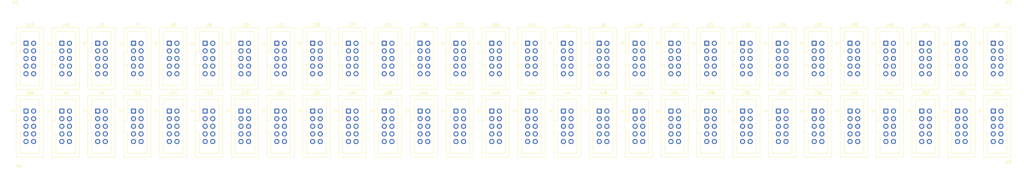
<source format=kicad_pcb>
(kicad_pcb (version 20171130) (host pcbnew 5.1.8-db9833491~88~ubuntu20.04.1)
  (layers (0 F.Cu signal) (31 B.Cu signal) (34 B.Paste user) (35 F.Paste user) (36 B.SilkS user) (37 F.SilkS user) (38 B.Mask user) (39 F.Mask user) (44 Edge.Cuts user))
  (net 0 "")
  (net 1 +5V)
  (net 2 GND)
  (net 3 +15V)
  (net 4 -15V)
  (module Connector_IDC:IDC-Header_2x05_P2.54mm_Vertical (layer F.Cu) (at 61.955 69.85)
    (fp_text reference J56 (at 1.27 -6.1) (layer F.SilkS))
    (fp_text value "IDC Header")
    (pad 10 thru_hole circle (at 2.54 10.16) (size 1.7 1.7) (drill 1) (layers *.Cu *.Mask) (net 1 +5V))
    (pad 8 thru_hole circle (at 2.54 7.62) (size 1.7 1.7) (drill 1) (layers *.Cu *.Mask) (net 2 GND))
    (pad 6 thru_hole circle (at 2.54 5.08) (size 1.7 1.7) (drill 1) (layers *.Cu *.Mask) (net 2 GND))
    (pad 4 thru_hole circle (at 2.54 2.54) (size 1.7 1.7) (drill 1) (layers *.Cu *.Mask) (net 3 +15V))
    (pad 2 thru_hole circle (at 2.54 0) (size 1.7 1.7) (drill 1) (layers *.Cu *.Mask) (net 4 -15V))
    (pad 9 thru_hole circle (at 0 10.16) (size 1.7 1.7) (drill 1) (layers *.Cu *.Mask) (net 1 +5V))
    (pad 7 thru_hole circle (at 0 7.62) (size 1.7 1.7) (drill 1) (layers *.Cu *.Mask) (net 2 GND))
    (pad 5 thru_hole circle (at 0 5.08) (size 1.7 1.7) (drill 1) (layers *.Cu *.Mask) (net 2 GND))
    (pad 3 thru_hole circle (at 0 2.54) (size 1.7 1.7) (drill 1) (layers *.Cu *.Mask) (net 3 +15V))
    (pad 1 thru_hole roundrect (at 0 0) (size 1.7 1.7) (drill 1) (layers *.Cu *.Mask) (roundrect_rratio 0.147059) (net 4 -15V))
  )
  (module Connector_IDC:IDC-Header_2x05_P2.54mm_Vertical (layer F.Cu) (at 217.391658 47.23)
    (fp_text reference J55 (at 1.27 -6.1) (layer F.SilkS))
    (fp_text value "IDC Header")
    (pad 10 thru_hole circle (at 2.54 10.16) (size 1.7 1.7) (drill 1) (layers *.Cu *.Mask) (net 1 +5V))
    (pad 8 thru_hole circle (at 2.54 7.62) (size 1.7 1.7) (drill 1) (layers *.Cu *.Mask) (net 2 GND))
    (pad 6 thru_hole circle (at 2.54 5.08) (size 1.7 1.7) (drill 1) (layers *.Cu *.Mask) (net 2 GND))
    (pad 4 thru_hole circle (at 2.54 2.54) (size 1.7 1.7) (drill 1) (layers *.Cu *.Mask) (net 3 +15V))
    (pad 2 thru_hole circle (at 2.54 0) (size 1.7 1.7) (drill 1) (layers *.Cu *.Mask) (net 4 -15V))
    (pad 9 thru_hole circle (at 0 10.16) (size 1.7 1.7) (drill 1) (layers *.Cu *.Mask) (net 1 +5V))
    (pad 7 thru_hole circle (at 0 7.62) (size 1.7 1.7) (drill 1) (layers *.Cu *.Mask) (net 2 GND))
    (pad 5 thru_hole circle (at 0 5.08) (size 1.7 1.7) (drill 1) (layers *.Cu *.Mask) (net 2 GND))
    (pad 3 thru_hole circle (at 0 2.54) (size 1.7 1.7) (drill 1) (layers *.Cu *.Mask) (net 3 +15V))
    (pad 1 thru_hole roundrect (at 0 0) (size 1.7 1.7) (drill 1) (layers *.Cu *.Mask) (roundrect_rratio 0.147059) (net 4 -15V))
  )
  (module Connector_IDC:IDC-Header_2x05_P2.54mm_Vertical (layer F.Cu) (at 384.785 69.85)
    (fp_text reference J54 (at 1.27 -6.1) (layer F.SilkS))
    (fp_text value "IDC Header")
    (pad 10 thru_hole circle (at 2.54 10.16) (size 1.7 1.7) (drill 1) (layers *.Cu *.Mask) (net 1 +5V))
    (pad 8 thru_hole circle (at 2.54 7.62) (size 1.7 1.7) (drill 1) (layers *.Cu *.Mask) (net 2 GND))
    (pad 6 thru_hole circle (at 2.54 5.08) (size 1.7 1.7) (drill 1) (layers *.Cu *.Mask) (net 2 GND))
    (pad 4 thru_hole circle (at 2.54 2.54) (size 1.7 1.7) (drill 1) (layers *.Cu *.Mask) (net 3 +15V))
    (pad 2 thru_hole circle (at 2.54 0) (size 1.7 1.7) (drill 1) (layers *.Cu *.Mask) (net 4 -15V))
    (pad 9 thru_hole circle (at 0 10.16) (size 1.7 1.7) (drill 1) (layers *.Cu *.Mask) (net 1 +5V))
    (pad 7 thru_hole circle (at 0 7.62) (size 1.7 1.7) (drill 1) (layers *.Cu *.Mask) (net 2 GND))
    (pad 5 thru_hole circle (at 0 5.08) (size 1.7 1.7) (drill 1) (layers *.Cu *.Mask) (net 2 GND))
    (pad 3 thru_hole circle (at 0 2.54) (size 1.7 1.7) (drill 1) (layers *.Cu *.Mask) (net 3 +15V))
    (pad 1 thru_hole roundrect (at 0 0) (size 1.7 1.7) (drill 1) (layers *.Cu *.Mask) (roundrect_rratio 0.147059) (net 4 -15V))
  )
  (module Connector_IDC:IDC-Header_2x05_P2.54mm_Vertical (layer F.Cu) (at 372.852392 69.85)
    (fp_text reference J53 (at 1.27 -6.1) (layer F.SilkS))
    (fp_text value "IDC Header")
    (pad 10 thru_hole circle (at 2.54 10.16) (size 1.7 1.7) (drill 1) (layers *.Cu *.Mask) (net 1 +5V))
    (pad 8 thru_hole circle (at 2.54 7.62) (size 1.7 1.7) (drill 1) (layers *.Cu *.Mask) (net 2 GND))
    (pad 6 thru_hole circle (at 2.54 5.08) (size 1.7 1.7) (drill 1) (layers *.Cu *.Mask) (net 2 GND))
    (pad 4 thru_hole circle (at 2.54 2.54) (size 1.7 1.7) (drill 1) (layers *.Cu *.Mask) (net 3 +15V))
    (pad 2 thru_hole circle (at 2.54 0) (size 1.7 1.7) (drill 1) (layers *.Cu *.Mask) (net 4 -15V))
    (pad 9 thru_hole circle (at 0 10.16) (size 1.7 1.7) (drill 1) (layers *.Cu *.Mask) (net 1 +5V))
    (pad 7 thru_hole circle (at 0 7.62) (size 1.7 1.7) (drill 1) (layers *.Cu *.Mask) (net 2 GND))
    (pad 5 thru_hole circle (at 0 5.08) (size 1.7 1.7) (drill 1) (layers *.Cu *.Mask) (net 2 GND))
    (pad 3 thru_hole circle (at 0 2.54) (size 1.7 1.7) (drill 1) (layers *.Cu *.Mask) (net 3 +15V))
    (pad 1 thru_hole roundrect (at 0 0) (size 1.7 1.7) (drill 1) (layers *.Cu *.Mask) (roundrect_rratio 0.147059) (net 4 -15V))
  )
  (module Connector_IDC:IDC-Header_2x05_P2.54mm_Vertical (layer F.Cu) (at 360.8948 69.85)
    (fp_text reference J52 (at 1.27 -6.1) (layer F.SilkS))
    (fp_text value "IDC Header")
    (pad 10 thru_hole circle (at 2.54 10.16) (size 1.7 1.7) (drill 1) (layers *.Cu *.Mask) (net 1 +5V))
    (pad 8 thru_hole circle (at 2.54 7.62) (size 1.7 1.7) (drill 1) (layers *.Cu *.Mask) (net 2 GND))
    (pad 6 thru_hole circle (at 2.54 5.08) (size 1.7 1.7) (drill 1) (layers *.Cu *.Mask) (net 2 GND))
    (pad 4 thru_hole circle (at 2.54 2.54) (size 1.7 1.7) (drill 1) (layers *.Cu *.Mask) (net 3 +15V))
    (pad 2 thru_hole circle (at 2.54 0) (size 1.7 1.7) (drill 1) (layers *.Cu *.Mask) (net 4 -15V))
    (pad 9 thru_hole circle (at 0 10.16) (size 1.7 1.7) (drill 1) (layers *.Cu *.Mask) (net 1 +5V))
    (pad 7 thru_hole circle (at 0 7.62) (size 1.7 1.7) (drill 1) (layers *.Cu *.Mask) (net 2 GND))
    (pad 5 thru_hole circle (at 0 5.08) (size 1.7 1.7) (drill 1) (layers *.Cu *.Mask) (net 2 GND))
    (pad 3 thru_hole circle (at 0 2.54) (size 1.7 1.7) (drill 1) (layers *.Cu *.Mask) (net 3 +15V))
    (pad 1 thru_hole roundrect (at 0 0) (size 1.7 1.7) (drill 1) (layers *.Cu *.Mask) (roundrect_rratio 0.147059) (net 4 -15V))
  )
  (module Connector_IDC:IDC-Header_2x05_P2.54mm_Vertical (layer F.Cu) (at 384.785 47.23)
    (fp_text reference J51 (at 1.27 -6.1) (layer F.SilkS))
    (fp_text value "IDC Header")
    (pad 10 thru_hole circle (at 2.54 10.16) (size 1.7 1.7) (drill 1) (layers *.Cu *.Mask) (net 1 +5V))
    (pad 8 thru_hole circle (at 2.54 7.62) (size 1.7 1.7) (drill 1) (layers *.Cu *.Mask) (net 2 GND))
    (pad 6 thru_hole circle (at 2.54 5.08) (size 1.7 1.7) (drill 1) (layers *.Cu *.Mask) (net 2 GND))
    (pad 4 thru_hole circle (at 2.54 2.54) (size 1.7 1.7) (drill 1) (layers *.Cu *.Mask) (net 3 +15V))
    (pad 2 thru_hole circle (at 2.54 0) (size 1.7 1.7) (drill 1) (layers *.Cu *.Mask) (net 4 -15V))
    (pad 9 thru_hole circle (at 0 10.16) (size 1.7 1.7) (drill 1) (layers *.Cu *.Mask) (net 1 +5V))
    (pad 7 thru_hole circle (at 0 7.62) (size 1.7 1.7) (drill 1) (layers *.Cu *.Mask) (net 2 GND))
    (pad 5 thru_hole circle (at 0 5.08) (size 1.7 1.7) (drill 1) (layers *.Cu *.Mask) (net 2 GND))
    (pad 3 thru_hole circle (at 0 2.54) (size 1.7 1.7) (drill 1) (layers *.Cu *.Mask) (net 3 +15V))
    (pad 1 thru_hole roundrect (at 0 0) (size 1.7 1.7) (drill 1) (layers *.Cu *.Mask) (roundrect_rratio 0.147059) (net 4 -15V))
  )
  (module Connector_IDC:IDC-Header_2x05_P2.54mm_Vertical (layer F.Cu) (at 229.361288 69.85)
    (fp_text reference J50 (at 1.27 -6.1) (layer F.SilkS))
    (fp_text value "IDC Header")
    (pad 10 thru_hole circle (at 2.54 10.16) (size 1.7 1.7) (drill 1) (layers *.Cu *.Mask) (net 1 +5V))
    (pad 8 thru_hole circle (at 2.54 7.62) (size 1.7 1.7) (drill 1) (layers *.Cu *.Mask) (net 2 GND))
    (pad 6 thru_hole circle (at 2.54 5.08) (size 1.7 1.7) (drill 1) (layers *.Cu *.Mask) (net 2 GND))
    (pad 4 thru_hole circle (at 2.54 2.54) (size 1.7 1.7) (drill 1) (layers *.Cu *.Mask) (net 3 +15V))
    (pad 2 thru_hole circle (at 2.54 0) (size 1.7 1.7) (drill 1) (layers *.Cu *.Mask) (net 4 -15V))
    (pad 9 thru_hole circle (at 0 10.16) (size 1.7 1.7) (drill 1) (layers *.Cu *.Mask) (net 1 +5V))
    (pad 7 thru_hole circle (at 0 7.62) (size 1.7 1.7) (drill 1) (layers *.Cu *.Mask) (net 2 GND))
    (pad 5 thru_hole circle (at 0 5.08) (size 1.7 1.7) (drill 1) (layers *.Cu *.Mask) (net 2 GND))
    (pad 3 thru_hole circle (at 0 2.54) (size 1.7 1.7) (drill 1) (layers *.Cu *.Mask) (net 3 +15V))
    (pad 1 thru_hole roundrect (at 0 0) (size 1.7 1.7) (drill 1) (layers *.Cu *.Mask) (roundrect_rratio 0.147059) (net 4 -15V))
  )
  (module Connector_IDC:IDC-Header_2x05_P2.54mm_Vertical (layer F.Cu) (at 217.403696 69.85)
    (fp_text reference J49 (at 1.27 -6.1) (layer F.SilkS))
    (fp_text value "IDC Header")
    (pad 10 thru_hole circle (at 2.54 10.16) (size 1.7 1.7) (drill 1) (layers *.Cu *.Mask) (net 1 +5V))
    (pad 8 thru_hole circle (at 2.54 7.62) (size 1.7 1.7) (drill 1) (layers *.Cu *.Mask) (net 2 GND))
    (pad 6 thru_hole circle (at 2.54 5.08) (size 1.7 1.7) (drill 1) (layers *.Cu *.Mask) (net 2 GND))
    (pad 4 thru_hole circle (at 2.54 2.54) (size 1.7 1.7) (drill 1) (layers *.Cu *.Mask) (net 3 +15V))
    (pad 2 thru_hole circle (at 2.54 0) (size 1.7 1.7) (drill 1) (layers *.Cu *.Mask) (net 4 -15V))
    (pad 9 thru_hole circle (at 0 10.16) (size 1.7 1.7) (drill 1) (layers *.Cu *.Mask) (net 1 +5V))
    (pad 7 thru_hole circle (at 0 7.62) (size 1.7 1.7) (drill 1) (layers *.Cu *.Mask) (net 2 GND))
    (pad 5 thru_hole circle (at 0 5.08) (size 1.7 1.7) (drill 1) (layers *.Cu *.Mask) (net 2 GND))
    (pad 3 thru_hole circle (at 0 2.54) (size 1.7 1.7) (drill 1) (layers *.Cu *.Mask) (net 3 +15V))
    (pad 1 thru_hole roundrect (at 0 0) (size 1.7 1.7) (drill 1) (layers *.Cu *.Mask) (roundrect_rratio 0.147059) (net 4 -15V))
  )
  (module Connector_IDC:IDC-Header_2x05_P2.54mm_Vertical (layer F.Cu) (at 372.828316 47.23)
    (fp_text reference J48 (at 1.27 -6.1) (layer F.SilkS))
    (fp_text value "IDC Header")
    (pad 10 thru_hole circle (at 2.54 10.16) (size 1.7 1.7) (drill 1) (layers *.Cu *.Mask) (net 1 +5V))
    (pad 8 thru_hole circle (at 2.54 7.62) (size 1.7 1.7) (drill 1) (layers *.Cu *.Mask) (net 2 GND))
    (pad 6 thru_hole circle (at 2.54 5.08) (size 1.7 1.7) (drill 1) (layers *.Cu *.Mask) (net 2 GND))
    (pad 4 thru_hole circle (at 2.54 2.54) (size 1.7 1.7) (drill 1) (layers *.Cu *.Mask) (net 3 +15V))
    (pad 2 thru_hole circle (at 2.54 0) (size 1.7 1.7) (drill 1) (layers *.Cu *.Mask) (net 4 -15V))
    (pad 9 thru_hole circle (at 0 10.16) (size 1.7 1.7) (drill 1) (layers *.Cu *.Mask) (net 1 +5V))
    (pad 7 thru_hole circle (at 0 7.62) (size 1.7 1.7) (drill 1) (layers *.Cu *.Mask) (net 2 GND))
    (pad 5 thru_hole circle (at 0 5.08) (size 1.7 1.7) (drill 1) (layers *.Cu *.Mask) (net 2 GND))
    (pad 3 thru_hole circle (at 0 2.54) (size 1.7 1.7) (drill 1) (layers *.Cu *.Mask) (net 3 +15V))
    (pad 1 thru_hole roundrect (at 0 0) (size 1.7 1.7) (drill 1) (layers *.Cu *.Mask) (roundrect_rratio 0.147059) (net 4 -15V))
  )
  (module Connector_IDC:IDC-Header_2x05_P2.54mm_Vertical (layer F.Cu) (at 348.937208 69.85)
    (fp_text reference J47 (at 1.27 -6.1) (layer F.SilkS))
    (fp_text value "IDC Header")
    (pad 10 thru_hole circle (at 2.54 10.16) (size 1.7 1.7) (drill 1) (layers *.Cu *.Mask) (net 1 +5V))
    (pad 8 thru_hole circle (at 2.54 7.62) (size 1.7 1.7) (drill 1) (layers *.Cu *.Mask) (net 2 GND))
    (pad 6 thru_hole circle (at 2.54 5.08) (size 1.7 1.7) (drill 1) (layers *.Cu *.Mask) (net 2 GND))
    (pad 4 thru_hole circle (at 2.54 2.54) (size 1.7 1.7) (drill 1) (layers *.Cu *.Mask) (net 3 +15V))
    (pad 2 thru_hole circle (at 2.54 0) (size 1.7 1.7) (drill 1) (layers *.Cu *.Mask) (net 4 -15V))
    (pad 9 thru_hole circle (at 0 10.16) (size 1.7 1.7) (drill 1) (layers *.Cu *.Mask) (net 1 +5V))
    (pad 7 thru_hole circle (at 0 7.62) (size 1.7 1.7) (drill 1) (layers *.Cu *.Mask) (net 2 GND))
    (pad 5 thru_hole circle (at 0 5.08) (size 1.7 1.7) (drill 1) (layers *.Cu *.Mask) (net 2 GND))
    (pad 3 thru_hole circle (at 0 2.54) (size 1.7 1.7) (drill 1) (layers *.Cu *.Mask) (net 3 +15V))
    (pad 1 thru_hole roundrect (at 0 0) (size 1.7 1.7) (drill 1) (layers *.Cu *.Mask) (roundrect_rratio 0.147059) (net 4 -15V))
  )
  (module Connector_IDC:IDC-Header_2x05_P2.54mm_Vertical (layer F.Cu) (at 336.979616 69.85)
    (fp_text reference J46 (at 1.27 -6.1) (layer F.SilkS))
    (fp_text value "IDC Header")
    (pad 10 thru_hole circle (at 2.54 10.16) (size 1.7 1.7) (drill 1) (layers *.Cu *.Mask) (net 1 +5V))
    (pad 8 thru_hole circle (at 2.54 7.62) (size 1.7 1.7) (drill 1) (layers *.Cu *.Mask) (net 2 GND))
    (pad 6 thru_hole circle (at 2.54 5.08) (size 1.7 1.7) (drill 1) (layers *.Cu *.Mask) (net 2 GND))
    (pad 4 thru_hole circle (at 2.54 2.54) (size 1.7 1.7) (drill 1) (layers *.Cu *.Mask) (net 3 +15V))
    (pad 2 thru_hole circle (at 2.54 0) (size 1.7 1.7) (drill 1) (layers *.Cu *.Mask) (net 4 -15V))
    (pad 9 thru_hole circle (at 0 10.16) (size 1.7 1.7) (drill 1) (layers *.Cu *.Mask) (net 1 +5V))
    (pad 7 thru_hole circle (at 0 7.62) (size 1.7 1.7) (drill 1) (layers *.Cu *.Mask) (net 2 GND))
    (pad 5 thru_hole circle (at 0 5.08) (size 1.7 1.7) (drill 1) (layers *.Cu *.Mask) (net 2 GND))
    (pad 3 thru_hole circle (at 0 2.54) (size 1.7 1.7) (drill 1) (layers *.Cu *.Mask) (net 3 +15V))
    (pad 1 thru_hole roundrect (at 0 0) (size 1.7 1.7) (drill 1) (layers *.Cu *.Mask) (roundrect_rratio 0.147059) (net 4 -15V))
  )
  (module Connector_IDC:IDC-Header_2x05_P2.54mm_Vertical (layer F.Cu) (at 360.87165 47.23)
    (fp_text reference J45 (at 1.27 -6.1) (layer F.SilkS))
    (fp_text value "IDC Header")
    (pad 10 thru_hole circle (at 2.54 10.16) (size 1.7 1.7) (drill 1) (layers *.Cu *.Mask) (net 1 +5V))
    (pad 8 thru_hole circle (at 2.54 7.62) (size 1.7 1.7) (drill 1) (layers *.Cu *.Mask) (net 2 GND))
    (pad 6 thru_hole circle (at 2.54 5.08) (size 1.7 1.7) (drill 1) (layers *.Cu *.Mask) (net 2 GND))
    (pad 4 thru_hole circle (at 2.54 2.54) (size 1.7 1.7) (drill 1) (layers *.Cu *.Mask) (net 3 +15V))
    (pad 2 thru_hole circle (at 2.54 0) (size 1.7 1.7) (drill 1) (layers *.Cu *.Mask) (net 4 -15V))
    (pad 9 thru_hole circle (at 0 10.16) (size 1.7 1.7) (drill 1) (layers *.Cu *.Mask) (net 1 +5V))
    (pad 7 thru_hole circle (at 0 7.62) (size 1.7 1.7) (drill 1) (layers *.Cu *.Mask) (net 2 GND))
    (pad 5 thru_hole circle (at 0 5.08) (size 1.7 1.7) (drill 1) (layers *.Cu *.Mask) (net 2 GND))
    (pad 3 thru_hole circle (at 0 2.54) (size 1.7 1.7) (drill 1) (layers *.Cu *.Mask) (net 3 +15V))
    (pad 1 thru_hole roundrect (at 0 0) (size 1.7 1.7) (drill 1) (layers *.Cu *.Mask) (roundrect_rratio 0.147059) (net 4 -15V))
  )
  (module Connector_IDC:IDC-Header_2x05_P2.54mm_Vertical (layer F.Cu) (at 205.446104 69.85)
    (fp_text reference J44 (at 1.27 -6.1) (layer F.SilkS))
    (fp_text value "IDC Header")
    (pad 10 thru_hole circle (at 2.54 10.16) (size 1.7 1.7) (drill 1) (layers *.Cu *.Mask) (net 1 +5V))
    (pad 8 thru_hole circle (at 2.54 7.62) (size 1.7 1.7) (drill 1) (layers *.Cu *.Mask) (net 2 GND))
    (pad 6 thru_hole circle (at 2.54 5.08) (size 1.7 1.7) (drill 1) (layers *.Cu *.Mask) (net 2 GND))
    (pad 4 thru_hole circle (at 2.54 2.54) (size 1.7 1.7) (drill 1) (layers *.Cu *.Mask) (net 3 +15V))
    (pad 2 thru_hole circle (at 2.54 0) (size 1.7 1.7) (drill 1) (layers *.Cu *.Mask) (net 4 -15V))
    (pad 9 thru_hole circle (at 0 10.16) (size 1.7 1.7) (drill 1) (layers *.Cu *.Mask) (net 1 +5V))
    (pad 7 thru_hole circle (at 0 7.62) (size 1.7 1.7) (drill 1) (layers *.Cu *.Mask) (net 2 GND))
    (pad 5 thru_hole circle (at 0 5.08) (size 1.7 1.7) (drill 1) (layers *.Cu *.Mask) (net 2 GND))
    (pad 3 thru_hole circle (at 0 2.54) (size 1.7 1.7) (drill 1) (layers *.Cu *.Mask) (net 3 +15V))
    (pad 1 thru_hole roundrect (at 0 0) (size 1.7 1.7) (drill 1) (layers *.Cu *.Mask) (roundrect_rratio 0.147059) (net 4 -15V))
  )
  (module Connector_IDC:IDC-Header_2x05_P2.54mm_Vertical (layer F.Cu) (at 229.348324 47.23)
    (fp_text reference J43 (at 1.27 -6.1) (layer F.SilkS))
    (fp_text value "IDC Header")
    (pad 10 thru_hole circle (at 2.54 10.16) (size 1.7 1.7) (drill 1) (layers *.Cu *.Mask) (net 1 +5V))
    (pad 8 thru_hole circle (at 2.54 7.62) (size 1.7 1.7) (drill 1) (layers *.Cu *.Mask) (net 2 GND))
    (pad 6 thru_hole circle (at 2.54 5.08) (size 1.7 1.7) (drill 1) (layers *.Cu *.Mask) (net 2 GND))
    (pad 4 thru_hole circle (at 2.54 2.54) (size 1.7 1.7) (drill 1) (layers *.Cu *.Mask) (net 3 +15V))
    (pad 2 thru_hole circle (at 2.54 0) (size 1.7 1.7) (drill 1) (layers *.Cu *.Mask) (net 4 -15V))
    (pad 9 thru_hole circle (at 0 10.16) (size 1.7 1.7) (drill 1) (layers *.Cu *.Mask) (net 1 +5V))
    (pad 7 thru_hole circle (at 0 7.62) (size 1.7 1.7) (drill 1) (layers *.Cu *.Mask) (net 2 GND))
    (pad 5 thru_hole circle (at 0 5.08) (size 1.7 1.7) (drill 1) (layers *.Cu *.Mask) (net 2 GND))
    (pad 3 thru_hole circle (at 0 2.54) (size 1.7 1.7) (drill 1) (layers *.Cu *.Mask) (net 3 +15V))
    (pad 1 thru_hole roundrect (at 0 0) (size 1.7 1.7) (drill 1) (layers *.Cu *.Mask) (roundrect_rratio 0.147059) (net 4 -15V))
  )
  (module Connector_IDC:IDC-Header_2x05_P2.54mm_Vertical (layer F.Cu) (at 73.911666 47.23)
    (fp_text reference J42 (at 1.27 -6.1) (layer F.SilkS))
    (fp_text value "IDC Header")
    (pad 10 thru_hole circle (at 2.54 10.16) (size 1.7 1.7) (drill 1) (layers *.Cu *.Mask) (net 1 +5V))
    (pad 8 thru_hole circle (at 2.54 7.62) (size 1.7 1.7) (drill 1) (layers *.Cu *.Mask) (net 2 GND))
    (pad 6 thru_hole circle (at 2.54 5.08) (size 1.7 1.7) (drill 1) (layers *.Cu *.Mask) (net 2 GND))
    (pad 4 thru_hole circle (at 2.54 2.54) (size 1.7 1.7) (drill 1) (layers *.Cu *.Mask) (net 3 +15V))
    (pad 2 thru_hole circle (at 2.54 0) (size 1.7 1.7) (drill 1) (layers *.Cu *.Mask) (net 4 -15V))
    (pad 9 thru_hole circle (at 0 10.16) (size 1.7 1.7) (drill 1) (layers *.Cu *.Mask) (net 1 +5V))
    (pad 7 thru_hole circle (at 0 7.62) (size 1.7 1.7) (drill 1) (layers *.Cu *.Mask) (net 2 GND))
    (pad 5 thru_hole circle (at 0 5.08) (size 1.7 1.7) (drill 1) (layers *.Cu *.Mask) (net 2 GND))
    (pad 3 thru_hole circle (at 0 2.54) (size 1.7 1.7) (drill 1) (layers *.Cu *.Mask) (net 3 +15V))
    (pad 1 thru_hole roundrect (at 0 0) (size 1.7 1.7) (drill 1) (layers *.Cu *.Mask) (roundrect_rratio 0.147059) (net 4 -15V))
  )
  (module Connector_IDC:IDC-Header_2x05_P2.54mm_Vertical (layer F.Cu) (at 193.488512 69.85)
    (fp_text reference J41 (at 1.27 -6.1) (layer F.SilkS))
    (fp_text value "IDC Header")
    (pad 10 thru_hole circle (at 2.54 10.16) (size 1.7 1.7) (drill 1) (layers *.Cu *.Mask) (net 1 +5V))
    (pad 8 thru_hole circle (at 2.54 7.62) (size 1.7 1.7) (drill 1) (layers *.Cu *.Mask) (net 2 GND))
    (pad 6 thru_hole circle (at 2.54 5.08) (size 1.7 1.7) (drill 1) (layers *.Cu *.Mask) (net 2 GND))
    (pad 4 thru_hole circle (at 2.54 2.54) (size 1.7 1.7) (drill 1) (layers *.Cu *.Mask) (net 3 +15V))
    (pad 2 thru_hole circle (at 2.54 0) (size 1.7 1.7) (drill 1) (layers *.Cu *.Mask) (net 4 -15V))
    (pad 9 thru_hole circle (at 0 10.16) (size 1.7 1.7) (drill 1) (layers *.Cu *.Mask) (net 1 +5V))
    (pad 7 thru_hole circle (at 0 7.62) (size 1.7 1.7) (drill 1) (layers *.Cu *.Mask) (net 2 GND))
    (pad 5 thru_hole circle (at 0 5.08) (size 1.7 1.7) (drill 1) (layers *.Cu *.Mask) (net 2 GND))
    (pad 3 thru_hole circle (at 0 2.54) (size 1.7 1.7) (drill 1) (layers *.Cu *.Mask) (net 3 +15V))
    (pad 1 thru_hole roundrect (at 0 0) (size 1.7 1.7) (drill 1) (layers *.Cu *.Mask) (roundrect_rratio 0.147059) (net 4 -15V))
  )
  (module Connector_IDC:IDC-Header_2x05_P2.54mm_Vertical (layer F.Cu) (at 348.914984 47.23)
    (fp_text reference J40 (at 1.27 -6.1) (layer F.SilkS))
    (fp_text value "IDC Header")
    (pad 10 thru_hole circle (at 2.54 10.16) (size 1.7 1.7) (drill 1) (layers *.Cu *.Mask) (net 1 +5V))
    (pad 8 thru_hole circle (at 2.54 7.62) (size 1.7 1.7) (drill 1) (layers *.Cu *.Mask) (net 2 GND))
    (pad 6 thru_hole circle (at 2.54 5.08) (size 1.7 1.7) (drill 1) (layers *.Cu *.Mask) (net 2 GND))
    (pad 4 thru_hole circle (at 2.54 2.54) (size 1.7 1.7) (drill 1) (layers *.Cu *.Mask) (net 3 +15V))
    (pad 2 thru_hole circle (at 2.54 0) (size 1.7 1.7) (drill 1) (layers *.Cu *.Mask) (net 4 -15V))
    (pad 9 thru_hole circle (at 0 10.16) (size 1.7 1.7) (drill 1) (layers *.Cu *.Mask) (net 1 +5V))
    (pad 7 thru_hole circle (at 0 7.62) (size 1.7 1.7) (drill 1) (layers *.Cu *.Mask) (net 2 GND))
    (pad 5 thru_hole circle (at 0 5.08) (size 1.7 1.7) (drill 1) (layers *.Cu *.Mask) (net 2 GND))
    (pad 3 thru_hole circle (at 0 2.54) (size 1.7 1.7) (drill 1) (layers *.Cu *.Mask) (net 3 +15V))
    (pad 1 thru_hole roundrect (at 0 0) (size 1.7 1.7) (drill 1) (layers *.Cu *.Mask) (roundrect_rratio 0.147059) (net 4 -15V))
  )
  (module Connector_IDC:IDC-Header_2x05_P2.54mm_Vertical (layer F.Cu) (at 336.958318 47.23)
    (fp_text reference J39 (at 1.27 -6.1) (layer F.SilkS))
    (fp_text value "IDC Header")
    (pad 10 thru_hole circle (at 2.54 10.16) (size 1.7 1.7) (drill 1) (layers *.Cu *.Mask) (net 1 +5V))
    (pad 8 thru_hole circle (at 2.54 7.62) (size 1.7 1.7) (drill 1) (layers *.Cu *.Mask) (net 2 GND))
    (pad 6 thru_hole circle (at 2.54 5.08) (size 1.7 1.7) (drill 1) (layers *.Cu *.Mask) (net 2 GND))
    (pad 4 thru_hole circle (at 2.54 2.54) (size 1.7 1.7) (drill 1) (layers *.Cu *.Mask) (net 3 +15V))
    (pad 2 thru_hole circle (at 2.54 0) (size 1.7 1.7) (drill 1) (layers *.Cu *.Mask) (net 4 -15V))
    (pad 9 thru_hole circle (at 0 10.16) (size 1.7 1.7) (drill 1) (layers *.Cu *.Mask) (net 1 +5V))
    (pad 7 thru_hole circle (at 0 7.62) (size 1.7 1.7) (drill 1) (layers *.Cu *.Mask) (net 2 GND))
    (pad 5 thru_hole circle (at 0 5.08) (size 1.7 1.7) (drill 1) (layers *.Cu *.Mask) (net 2 GND))
    (pad 3 thru_hole circle (at 0 2.54) (size 1.7 1.7) (drill 1) (layers *.Cu *.Mask) (net 3 +15V))
    (pad 1 thru_hole roundrect (at 0 0) (size 1.7 1.7) (drill 1) (layers *.Cu *.Mask) (roundrect_rratio 0.147059) (net 4 -15V))
  )
  (module Connector_IDC:IDC-Header_2x05_P2.54mm_Vertical (layer F.Cu) (at 181.53092 69.85)
    (fp_text reference J38 (at 1.27 -6.1) (layer F.SilkS))
    (fp_text value "IDC Header")
    (pad 10 thru_hole circle (at 2.54 10.16) (size 1.7 1.7) (drill 1) (layers *.Cu *.Mask) (net 1 +5V))
    (pad 8 thru_hole circle (at 2.54 7.62) (size 1.7 1.7) (drill 1) (layers *.Cu *.Mask) (net 2 GND))
    (pad 6 thru_hole circle (at 2.54 5.08) (size 1.7 1.7) (drill 1) (layers *.Cu *.Mask) (net 2 GND))
    (pad 4 thru_hole circle (at 2.54 2.54) (size 1.7 1.7) (drill 1) (layers *.Cu *.Mask) (net 3 +15V))
    (pad 2 thru_hole circle (at 2.54 0) (size 1.7 1.7) (drill 1) (layers *.Cu *.Mask) (net 4 -15V))
    (pad 9 thru_hole circle (at 0 10.16) (size 1.7 1.7) (drill 1) (layers *.Cu *.Mask) (net 1 +5V))
    (pad 7 thru_hole circle (at 0 7.62) (size 1.7 1.7) (drill 1) (layers *.Cu *.Mask) (net 2 GND))
    (pad 5 thru_hole circle (at 0 5.08) (size 1.7 1.7) (drill 1) (layers *.Cu *.Mask) (net 2 GND))
    (pad 3 thru_hole circle (at 0 2.54) (size 1.7 1.7) (drill 1) (layers *.Cu *.Mask) (net 3 +15V))
    (pad 1 thru_hole roundrect (at 0 0) (size 1.7 1.7) (drill 1) (layers *.Cu *.Mask) (roundrect_rratio 0.147059) (net 4 -15V))
  )
  (module Connector_IDC:IDC-Header_2x05_P2.54mm_Vertical (layer F.Cu) (at 205.434992 47.23)
    (fp_text reference J37 (at 1.27 -6.1) (layer F.SilkS))
    (fp_text value "IDC Header")
    (pad 10 thru_hole circle (at 2.54 10.16) (size 1.7 1.7) (drill 1) (layers *.Cu *.Mask) (net 1 +5V))
    (pad 8 thru_hole circle (at 2.54 7.62) (size 1.7 1.7) (drill 1) (layers *.Cu *.Mask) (net 2 GND))
    (pad 6 thru_hole circle (at 2.54 5.08) (size 1.7 1.7) (drill 1) (layers *.Cu *.Mask) (net 2 GND))
    (pad 4 thru_hole circle (at 2.54 2.54) (size 1.7 1.7) (drill 1) (layers *.Cu *.Mask) (net 3 +15V))
    (pad 2 thru_hole circle (at 2.54 0) (size 1.7 1.7) (drill 1) (layers *.Cu *.Mask) (net 4 -15V))
    (pad 9 thru_hole circle (at 0 10.16) (size 1.7 1.7) (drill 1) (layers *.Cu *.Mask) (net 1 +5V))
    (pad 7 thru_hole circle (at 0 7.62) (size 1.7 1.7) (drill 1) (layers *.Cu *.Mask) (net 2 GND))
    (pad 5 thru_hole circle (at 0 5.08) (size 1.7 1.7) (drill 1) (layers *.Cu *.Mask) (net 2 GND))
    (pad 3 thru_hole circle (at 0 2.54) (size 1.7 1.7) (drill 1) (layers *.Cu *.Mask) (net 3 +15V))
    (pad 1 thru_hole roundrect (at 0 0) (size 1.7 1.7) (drill 1) (layers *.Cu *.Mask) (roundrect_rratio 0.147059) (net 4 -15V))
  )
  (module Connector_IDC:IDC-Header_2x05_P2.54mm_Vertical (layer F.Cu) (at 325.022024 69.85)
    (fp_text reference J36 (at 1.27 -6.1) (layer F.SilkS))
    (fp_text value "IDC Header")
    (pad 10 thru_hole circle (at 2.54 10.16) (size 1.7 1.7) (drill 1) (layers *.Cu *.Mask) (net 1 +5V))
    (pad 8 thru_hole circle (at 2.54 7.62) (size 1.7 1.7) (drill 1) (layers *.Cu *.Mask) (net 2 GND))
    (pad 6 thru_hole circle (at 2.54 5.08) (size 1.7 1.7) (drill 1) (layers *.Cu *.Mask) (net 2 GND))
    (pad 4 thru_hole circle (at 2.54 2.54) (size 1.7 1.7) (drill 1) (layers *.Cu *.Mask) (net 3 +15V))
    (pad 2 thru_hole circle (at 2.54 0) (size 1.7 1.7) (drill 1) (layers *.Cu *.Mask) (net 4 -15V))
    (pad 9 thru_hole circle (at 0 10.16) (size 1.7 1.7) (drill 1) (layers *.Cu *.Mask) (net 1 +5V))
    (pad 7 thru_hole circle (at 0 7.62) (size 1.7 1.7) (drill 1) (layers *.Cu *.Mask) (net 2 GND))
    (pad 5 thru_hole circle (at 0 5.08) (size 1.7 1.7) (drill 1) (layers *.Cu *.Mask) (net 2 GND))
    (pad 3 thru_hole circle (at 0 2.54) (size 1.7 1.7) (drill 1) (layers *.Cu *.Mask) (net 3 +15V))
    (pad 1 thru_hole roundrect (at 0 0) (size 1.7 1.7) (drill 1) (layers *.Cu *.Mask) (roundrect_rratio 0.147059) (net 4 -15V))
  )
  (module Connector_IDC:IDC-Header_2x05_P2.54mm_Vertical (layer F.Cu) (at 193.478326 47.23)
    (fp_text reference J35 (at 1.27 -6.1) (layer F.SilkS))
    (fp_text value "IDC Header")
    (pad 10 thru_hole circle (at 2.54 10.16) (size 1.7 1.7) (drill 1) (layers *.Cu *.Mask) (net 1 +5V))
    (pad 8 thru_hole circle (at 2.54 7.62) (size 1.7 1.7) (drill 1) (layers *.Cu *.Mask) (net 2 GND))
    (pad 6 thru_hole circle (at 2.54 5.08) (size 1.7 1.7) (drill 1) (layers *.Cu *.Mask) (net 2 GND))
    (pad 4 thru_hole circle (at 2.54 2.54) (size 1.7 1.7) (drill 1) (layers *.Cu *.Mask) (net 3 +15V))
    (pad 2 thru_hole circle (at 2.54 0) (size 1.7 1.7) (drill 1) (layers *.Cu *.Mask) (net 4 -15V))
    (pad 9 thru_hole circle (at 0 10.16) (size 1.7 1.7) (drill 1) (layers *.Cu *.Mask) (net 1 +5V))
    (pad 7 thru_hole circle (at 0 7.62) (size 1.7 1.7) (drill 1) (layers *.Cu *.Mask) (net 2 GND))
    (pad 5 thru_hole circle (at 0 5.08) (size 1.7 1.7) (drill 1) (layers *.Cu *.Mask) (net 2 GND))
    (pad 3 thru_hole circle (at 0 2.54) (size 1.7 1.7) (drill 1) (layers *.Cu *.Mask) (net 3 +15V))
    (pad 1 thru_hole roundrect (at 0 0) (size 1.7 1.7) (drill 1) (layers *.Cu *.Mask) (roundrect_rratio 0.147059) (net 4 -15V))
  )
  (module Connector_IDC:IDC-Header_2x05_P2.54mm_Vertical (layer F.Cu) (at 169.573328 69.85)
    (fp_text reference J34 (at 1.27 -6.1) (layer F.SilkS))
    (fp_text value "IDC Header")
    (pad 10 thru_hole circle (at 2.54 10.16) (size 1.7 1.7) (drill 1) (layers *.Cu *.Mask) (net 1 +5V))
    (pad 8 thru_hole circle (at 2.54 7.62) (size 1.7 1.7) (drill 1) (layers *.Cu *.Mask) (net 2 GND))
    (pad 6 thru_hole circle (at 2.54 5.08) (size 1.7 1.7) (drill 1) (layers *.Cu *.Mask) (net 2 GND))
    (pad 4 thru_hole circle (at 2.54 2.54) (size 1.7 1.7) (drill 1) (layers *.Cu *.Mask) (net 3 +15V))
    (pad 2 thru_hole circle (at 2.54 0) (size 1.7 1.7) (drill 1) (layers *.Cu *.Mask) (net 4 -15V))
    (pad 9 thru_hole circle (at 0 10.16) (size 1.7 1.7) (drill 1) (layers *.Cu *.Mask) (net 1 +5V))
    (pad 7 thru_hole circle (at 0 7.62) (size 1.7 1.7) (drill 1) (layers *.Cu *.Mask) (net 2 GND))
    (pad 5 thru_hole circle (at 0 5.08) (size 1.7 1.7) (drill 1) (layers *.Cu *.Mask) (net 2 GND))
    (pad 3 thru_hole circle (at 0 2.54) (size 1.7 1.7) (drill 1) (layers *.Cu *.Mask) (net 3 +15V))
    (pad 1 thru_hole roundrect (at 0 0) (size 1.7 1.7) (drill 1) (layers *.Cu *.Mask) (roundrect_rratio 0.147059) (net 4 -15V))
  )
  (module Connector_IDC:IDC-Header_2x05_P2.54mm_Vertical (layer F.Cu) (at 313.064432 69.85)
    (fp_text reference J33 (at 1.27 -6.1) (layer F.SilkS))
    (fp_text value "IDC Header")
    (pad 10 thru_hole circle (at 2.54 10.16) (size 1.7 1.7) (drill 1) (layers *.Cu *.Mask) (net 1 +5V))
    (pad 8 thru_hole circle (at 2.54 7.62) (size 1.7 1.7) (drill 1) (layers *.Cu *.Mask) (net 2 GND))
    (pad 6 thru_hole circle (at 2.54 5.08) (size 1.7 1.7) (drill 1) (layers *.Cu *.Mask) (net 2 GND))
    (pad 4 thru_hole circle (at 2.54 2.54) (size 1.7 1.7) (drill 1) (layers *.Cu *.Mask) (net 3 +15V))
    (pad 2 thru_hole circle (at 2.54 0) (size 1.7 1.7) (drill 1) (layers *.Cu *.Mask) (net 4 -15V))
    (pad 9 thru_hole circle (at 0 10.16) (size 1.7 1.7) (drill 1) (layers *.Cu *.Mask) (net 1 +5V))
    (pad 7 thru_hole circle (at 0 7.62) (size 1.7 1.7) (drill 1) (layers *.Cu *.Mask) (net 2 GND))
    (pad 5 thru_hole circle (at 0 5.08) (size 1.7 1.7) (drill 1) (layers *.Cu *.Mask) (net 2 GND))
    (pad 3 thru_hole circle (at 0 2.54) (size 1.7 1.7) (drill 1) (layers *.Cu *.Mask) (net 3 +15V))
    (pad 1 thru_hole roundrect (at 0 0) (size 1.7 1.7) (drill 1) (layers *.Cu *.Mask) (roundrect_rratio 0.147059) (net 4 -15V))
  )
  (module Connector_IDC:IDC-Header_2x05_P2.54mm_Vertical (layer F.Cu) (at 157.615736 69.85)
    (fp_text reference J32 (at 1.27 -6.1) (layer F.SilkS))
    (fp_text value "IDC Header")
    (pad 10 thru_hole circle (at 2.54 10.16) (size 1.7 1.7) (drill 1) (layers *.Cu *.Mask) (net 1 +5V))
    (pad 8 thru_hole circle (at 2.54 7.62) (size 1.7 1.7) (drill 1) (layers *.Cu *.Mask) (net 2 GND))
    (pad 6 thru_hole circle (at 2.54 5.08) (size 1.7 1.7) (drill 1) (layers *.Cu *.Mask) (net 2 GND))
    (pad 4 thru_hole circle (at 2.54 2.54) (size 1.7 1.7) (drill 1) (layers *.Cu *.Mask) (net 3 +15V))
    (pad 2 thru_hole circle (at 2.54 0) (size 1.7 1.7) (drill 1) (layers *.Cu *.Mask) (net 4 -15V))
    (pad 9 thru_hole circle (at 0 10.16) (size 1.7 1.7) (drill 1) (layers *.Cu *.Mask) (net 1 +5V))
    (pad 7 thru_hole circle (at 0 7.62) (size 1.7 1.7) (drill 1) (layers *.Cu *.Mask) (net 2 GND))
    (pad 5 thru_hole circle (at 0 5.08) (size 1.7 1.7) (drill 1) (layers *.Cu *.Mask) (net 2 GND))
    (pad 3 thru_hole circle (at 0 2.54) (size 1.7 1.7) (drill 1) (layers *.Cu *.Mask) (net 3 +15V))
    (pad 1 thru_hole roundrect (at 0 0) (size 1.7 1.7) (drill 1) (layers *.Cu *.Mask) (roundrect_rratio 0.147059) (net 4 -15V))
  )
  (module Connector_IDC:IDC-Header_2x05_P2.54mm_Vertical (layer F.Cu) (at 181.52166 47.23)
    (fp_text reference J31 (at 1.27 -6.1) (layer F.SilkS))
    (fp_text value "IDC Header")
    (pad 10 thru_hole circle (at 2.54 10.16) (size 1.7 1.7) (drill 1) (layers *.Cu *.Mask) (net 1 +5V))
    (pad 8 thru_hole circle (at 2.54 7.62) (size 1.7 1.7) (drill 1) (layers *.Cu *.Mask) (net 2 GND))
    (pad 6 thru_hole circle (at 2.54 5.08) (size 1.7 1.7) (drill 1) (layers *.Cu *.Mask) (net 2 GND))
    (pad 4 thru_hole circle (at 2.54 2.54) (size 1.7 1.7) (drill 1) (layers *.Cu *.Mask) (net 3 +15V))
    (pad 2 thru_hole circle (at 2.54 0) (size 1.7 1.7) (drill 1) (layers *.Cu *.Mask) (net 4 -15V))
    (pad 9 thru_hole circle (at 0 10.16) (size 1.7 1.7) (drill 1) (layers *.Cu *.Mask) (net 1 +5V))
    (pad 7 thru_hole circle (at 0 7.62) (size 1.7 1.7) (drill 1) (layers *.Cu *.Mask) (net 2 GND))
    (pad 5 thru_hole circle (at 0 5.08) (size 1.7 1.7) (drill 1) (layers *.Cu *.Mask) (net 2 GND))
    (pad 3 thru_hole circle (at 0 2.54) (size 1.7 1.7) (drill 1) (layers *.Cu *.Mask) (net 3 +15V))
    (pad 1 thru_hole roundrect (at 0 0) (size 1.7 1.7) (drill 1) (layers *.Cu *.Mask) (roundrect_rratio 0.147059) (net 4 -15V))
  )
  (module Connector_IDC:IDC-Header_2x05_P2.54mm_Vertical (layer F.Cu) (at 301.10684 69.85)
    (fp_text reference J30 (at 1.27 -6.1) (layer F.SilkS))
    (fp_text value "IDC Header")
    (pad 10 thru_hole circle (at 2.54 10.16) (size 1.7 1.7) (drill 1) (layers *.Cu *.Mask) (net 1 +5V))
    (pad 8 thru_hole circle (at 2.54 7.62) (size 1.7 1.7) (drill 1) (layers *.Cu *.Mask) (net 2 GND))
    (pad 6 thru_hole circle (at 2.54 5.08) (size 1.7 1.7) (drill 1) (layers *.Cu *.Mask) (net 2 GND))
    (pad 4 thru_hole circle (at 2.54 2.54) (size 1.7 1.7) (drill 1) (layers *.Cu *.Mask) (net 3 +15V))
    (pad 2 thru_hole circle (at 2.54 0) (size 1.7 1.7) (drill 1) (layers *.Cu *.Mask) (net 4 -15V))
    (pad 9 thru_hole circle (at 0 10.16) (size 1.7 1.7) (drill 1) (layers *.Cu *.Mask) (net 1 +5V))
    (pad 7 thru_hole circle (at 0 7.62) (size 1.7 1.7) (drill 1) (layers *.Cu *.Mask) (net 2 GND))
    (pad 5 thru_hole circle (at 0 5.08) (size 1.7 1.7) (drill 1) (layers *.Cu *.Mask) (net 2 GND))
    (pad 3 thru_hole circle (at 0 2.54) (size 1.7 1.7) (drill 1) (layers *.Cu *.Mask) (net 3 +15V))
    (pad 1 thru_hole roundrect (at 0 0) (size 1.7 1.7) (drill 1) (layers *.Cu *.Mask) (roundrect_rratio 0.147059) (net 4 -15V))
  )
  (module Connector_IDC:IDC-Header_2x05_P2.54mm_Vertical (layer F.Cu) (at 325.001652 47.23)
    (fp_text reference J29 (at 1.27 -6.1) (layer F.SilkS))
    (fp_text value "IDC Header")
    (pad 10 thru_hole circle (at 2.54 10.16) (size 1.7 1.7) (drill 1) (layers *.Cu *.Mask) (net 1 +5V))
    (pad 8 thru_hole circle (at 2.54 7.62) (size 1.7 1.7) (drill 1) (layers *.Cu *.Mask) (net 2 GND))
    (pad 6 thru_hole circle (at 2.54 5.08) (size 1.7 1.7) (drill 1) (layers *.Cu *.Mask) (net 2 GND))
    (pad 4 thru_hole circle (at 2.54 2.54) (size 1.7 1.7) (drill 1) (layers *.Cu *.Mask) (net 3 +15V))
    (pad 2 thru_hole circle (at 2.54 0) (size 1.7 1.7) (drill 1) (layers *.Cu *.Mask) (net 4 -15V))
    (pad 9 thru_hole circle (at 0 10.16) (size 1.7 1.7) (drill 1) (layers *.Cu *.Mask) (net 1 +5V))
    (pad 7 thru_hole circle (at 0 7.62) (size 1.7 1.7) (drill 1) (layers *.Cu *.Mask) (net 2 GND))
    (pad 5 thru_hole circle (at 0 5.08) (size 1.7 1.7) (drill 1) (layers *.Cu *.Mask) (net 2 GND))
    (pad 3 thru_hole circle (at 0 2.54) (size 1.7 1.7) (drill 1) (layers *.Cu *.Mask) (net 3 +15V))
    (pad 1 thru_hole roundrect (at 0 0) (size 1.7 1.7) (drill 1) (layers *.Cu *.Mask) (roundrect_rratio 0.147059) (net 4 -15V))
  )
  (module Connector_IDC:IDC-Header_2x05_P2.54mm_Vertical (layer F.Cu) (at 289.149248 69.85)
    (fp_text reference J28 (at 1.27 -6.1) (layer F.SilkS))
    (fp_text value "IDC Header")
    (pad 10 thru_hole circle (at 2.54 10.16) (size 1.7 1.7) (drill 1) (layers *.Cu *.Mask) (net 1 +5V))
    (pad 8 thru_hole circle (at 2.54 7.62) (size 1.7 1.7) (drill 1) (layers *.Cu *.Mask) (net 2 GND))
    (pad 6 thru_hole circle (at 2.54 5.08) (size 1.7 1.7) (drill 1) (layers *.Cu *.Mask) (net 2 GND))
    (pad 4 thru_hole circle (at 2.54 2.54) (size 1.7 1.7) (drill 1) (layers *.Cu *.Mask) (net 3 +15V))
    (pad 2 thru_hole circle (at 2.54 0) (size 1.7 1.7) (drill 1) (layers *.Cu *.Mask) (net 4 -15V))
    (pad 9 thru_hole circle (at 0 10.16) (size 1.7 1.7) (drill 1) (layers *.Cu *.Mask) (net 1 +5V))
    (pad 7 thru_hole circle (at 0 7.62) (size 1.7 1.7) (drill 1) (layers *.Cu *.Mask) (net 2 GND))
    (pad 5 thru_hole circle (at 0 5.08) (size 1.7 1.7) (drill 1) (layers *.Cu *.Mask) (net 2 GND))
    (pad 3 thru_hole circle (at 0 2.54) (size 1.7 1.7) (drill 1) (layers *.Cu *.Mask) (net 3 +15V))
    (pad 1 thru_hole roundrect (at 0 0) (size 1.7 1.7) (drill 1) (layers *.Cu *.Mask) (roundrect_rratio 0.147059) (net 4 -15V))
  )
  (module Connector_IDC:IDC-Header_2x05_P2.54mm_Vertical (layer F.Cu) (at 169.564994 47.23)
    (fp_text reference J27 (at 1.27 -6.1) (layer F.SilkS))
    (fp_text value "IDC Header")
    (pad 10 thru_hole circle (at 2.54 10.16) (size 1.7 1.7) (drill 1) (layers *.Cu *.Mask) (net 1 +5V))
    (pad 8 thru_hole circle (at 2.54 7.62) (size 1.7 1.7) (drill 1) (layers *.Cu *.Mask) (net 2 GND))
    (pad 6 thru_hole circle (at 2.54 5.08) (size 1.7 1.7) (drill 1) (layers *.Cu *.Mask) (net 2 GND))
    (pad 4 thru_hole circle (at 2.54 2.54) (size 1.7 1.7) (drill 1) (layers *.Cu *.Mask) (net 3 +15V))
    (pad 2 thru_hole circle (at 2.54 0) (size 1.7 1.7) (drill 1) (layers *.Cu *.Mask) (net 4 -15V))
    (pad 9 thru_hole circle (at 0 10.16) (size 1.7 1.7) (drill 1) (layers *.Cu *.Mask) (net 1 +5V))
    (pad 7 thru_hole circle (at 0 7.62) (size 1.7 1.7) (drill 1) (layers *.Cu *.Mask) (net 2 GND))
    (pad 5 thru_hole circle (at 0 5.08) (size 1.7 1.7) (drill 1) (layers *.Cu *.Mask) (net 2 GND))
    (pad 3 thru_hole circle (at 0 2.54) (size 1.7 1.7) (drill 1) (layers *.Cu *.Mask) (net 3 +15V))
    (pad 1 thru_hole roundrect (at 0 0) (size 1.7 1.7) (drill 1) (layers *.Cu *.Mask) (roundrect_rratio 0.147059) (net 4 -15V))
  )
  (module Connector_IDC:IDC-Header_2x05_P2.54mm_Vertical (layer F.Cu) (at 313.044986 47.23)
    (fp_text reference J26 (at 1.27 -6.1) (layer F.SilkS))
    (fp_text value "IDC Header")
    (pad 10 thru_hole circle (at 2.54 10.16) (size 1.7 1.7) (drill 1) (layers *.Cu *.Mask) (net 1 +5V))
    (pad 8 thru_hole circle (at 2.54 7.62) (size 1.7 1.7) (drill 1) (layers *.Cu *.Mask) (net 2 GND))
    (pad 6 thru_hole circle (at 2.54 5.08) (size 1.7 1.7) (drill 1) (layers *.Cu *.Mask) (net 2 GND))
    (pad 4 thru_hole circle (at 2.54 2.54) (size 1.7 1.7) (drill 1) (layers *.Cu *.Mask) (net 3 +15V))
    (pad 2 thru_hole circle (at 2.54 0) (size 1.7 1.7) (drill 1) (layers *.Cu *.Mask) (net 4 -15V))
    (pad 9 thru_hole circle (at 0 10.16) (size 1.7 1.7) (drill 1) (layers *.Cu *.Mask) (net 1 +5V))
    (pad 7 thru_hole circle (at 0 7.62) (size 1.7 1.7) (drill 1) (layers *.Cu *.Mask) (net 2 GND))
    (pad 5 thru_hole circle (at 0 5.08) (size 1.7 1.7) (drill 1) (layers *.Cu *.Mask) (net 2 GND))
    (pad 3 thru_hole circle (at 0 2.54) (size 1.7 1.7) (drill 1) (layers *.Cu *.Mask) (net 3 +15V))
    (pad 1 thru_hole roundrect (at 0 0) (size 1.7 1.7) (drill 1) (layers *.Cu *.Mask) (roundrect_rratio 0.147059) (net 4 -15V))
  )
  (module Connector_IDC:IDC-Header_2x05_P2.54mm_Vertical (layer F.Cu) (at 157.608328 47.23)
    (fp_text reference J25 (at 1.27 -6.1) (layer F.SilkS))
    (fp_text value "IDC Header")
    (pad 10 thru_hole circle (at 2.54 10.16) (size 1.7 1.7) (drill 1) (layers *.Cu *.Mask) (net 1 +5V))
    (pad 8 thru_hole circle (at 2.54 7.62) (size 1.7 1.7) (drill 1) (layers *.Cu *.Mask) (net 2 GND))
    (pad 6 thru_hole circle (at 2.54 5.08) (size 1.7 1.7) (drill 1) (layers *.Cu *.Mask) (net 2 GND))
    (pad 4 thru_hole circle (at 2.54 2.54) (size 1.7 1.7) (drill 1) (layers *.Cu *.Mask) (net 3 +15V))
    (pad 2 thru_hole circle (at 2.54 0) (size 1.7 1.7) (drill 1) (layers *.Cu *.Mask) (net 4 -15V))
    (pad 9 thru_hole circle (at 0 10.16) (size 1.7 1.7) (drill 1) (layers *.Cu *.Mask) (net 1 +5V))
    (pad 7 thru_hole circle (at 0 7.62) (size 1.7 1.7) (drill 1) (layers *.Cu *.Mask) (net 2 GND))
    (pad 5 thru_hole circle (at 0 5.08) (size 1.7 1.7) (drill 1) (layers *.Cu *.Mask) (net 2 GND))
    (pad 3 thru_hole circle (at 0 2.54) (size 1.7 1.7) (drill 1) (layers *.Cu *.Mask) (net 3 +15V))
    (pad 1 thru_hole roundrect (at 0 0) (size 1.7 1.7) (drill 1) (layers *.Cu *.Mask) (roundrect_rratio 0.147059) (net 4 -15V))
  )
  (module Connector_IDC:IDC-Header_2x05_P2.54mm_Vertical (layer F.Cu) (at 277.191656 69.85)
    (fp_text reference J24 (at 1.27 -6.1) (layer F.SilkS))
    (fp_text value "IDC Header")
    (pad 10 thru_hole circle (at 2.54 10.16) (size 1.7 1.7) (drill 1) (layers *.Cu *.Mask) (net 1 +5V))
    (pad 8 thru_hole circle (at 2.54 7.62) (size 1.7 1.7) (drill 1) (layers *.Cu *.Mask) (net 2 GND))
    (pad 6 thru_hole circle (at 2.54 5.08) (size 1.7 1.7) (drill 1) (layers *.Cu *.Mask) (net 2 GND))
    (pad 4 thru_hole circle (at 2.54 2.54) (size 1.7 1.7) (drill 1) (layers *.Cu *.Mask) (net 3 +15V))
    (pad 2 thru_hole circle (at 2.54 0) (size 1.7 1.7) (drill 1) (layers *.Cu *.Mask) (net 4 -15V))
    (pad 9 thru_hole circle (at 0 10.16) (size 1.7 1.7) (drill 1) (layers *.Cu *.Mask) (net 1 +5V))
    (pad 7 thru_hole circle (at 0 7.62) (size 1.7 1.7) (drill 1) (layers *.Cu *.Mask) (net 2 GND))
    (pad 5 thru_hole circle (at 0 5.08) (size 1.7 1.7) (drill 1) (layers *.Cu *.Mask) (net 2 GND))
    (pad 3 thru_hole circle (at 0 2.54) (size 1.7 1.7) (drill 1) (layers *.Cu *.Mask) (net 3 +15V))
    (pad 1 thru_hole roundrect (at 0 0) (size 1.7 1.7) (drill 1) (layers *.Cu *.Mask) (roundrect_rratio 0.147059) (net 4 -15V))
  )
  (module Connector_IDC:IDC-Header_2x05_P2.54mm_Vertical (layer F.Cu) (at 301.08832 47.23)
    (fp_text reference J23 (at 1.27 -6.1) (layer F.SilkS))
    (fp_text value "IDC Header")
    (pad 10 thru_hole circle (at 2.54 10.16) (size 1.7 1.7) (drill 1) (layers *.Cu *.Mask) (net 1 +5V))
    (pad 8 thru_hole circle (at 2.54 7.62) (size 1.7 1.7) (drill 1) (layers *.Cu *.Mask) (net 2 GND))
    (pad 6 thru_hole circle (at 2.54 5.08) (size 1.7 1.7) (drill 1) (layers *.Cu *.Mask) (net 2 GND))
    (pad 4 thru_hole circle (at 2.54 2.54) (size 1.7 1.7) (drill 1) (layers *.Cu *.Mask) (net 3 +15V))
    (pad 2 thru_hole circle (at 2.54 0) (size 1.7 1.7) (drill 1) (layers *.Cu *.Mask) (net 4 -15V))
    (pad 9 thru_hole circle (at 0 10.16) (size 1.7 1.7) (drill 1) (layers *.Cu *.Mask) (net 1 +5V))
    (pad 7 thru_hole circle (at 0 7.62) (size 1.7 1.7) (drill 1) (layers *.Cu *.Mask) (net 2 GND))
    (pad 5 thru_hole circle (at 0 5.08) (size 1.7 1.7) (drill 1) (layers *.Cu *.Mask) (net 2 GND))
    (pad 3 thru_hole circle (at 0 2.54) (size 1.7 1.7) (drill 1) (layers *.Cu *.Mask) (net 3 +15V))
    (pad 1 thru_hole roundrect (at 0 0) (size 1.7 1.7) (drill 1) (layers *.Cu *.Mask) (roundrect_rratio 0.147059) (net 4 -15V))
  )
  (module Connector_IDC:IDC-Header_2x05_P2.54mm_Vertical (layer F.Cu) (at 145.658144 69.85)
    (fp_text reference J22 (at 1.27 -6.1) (layer F.SilkS))
    (fp_text value "IDC Header")
    (pad 10 thru_hole circle (at 2.54 10.16) (size 1.7 1.7) (drill 1) (layers *.Cu *.Mask) (net 1 +5V))
    (pad 8 thru_hole circle (at 2.54 7.62) (size 1.7 1.7) (drill 1) (layers *.Cu *.Mask) (net 2 GND))
    (pad 6 thru_hole circle (at 2.54 5.08) (size 1.7 1.7) (drill 1) (layers *.Cu *.Mask) (net 2 GND))
    (pad 4 thru_hole circle (at 2.54 2.54) (size 1.7 1.7) (drill 1) (layers *.Cu *.Mask) (net 3 +15V))
    (pad 2 thru_hole circle (at 2.54 0) (size 1.7 1.7) (drill 1) (layers *.Cu *.Mask) (net 4 -15V))
    (pad 9 thru_hole circle (at 0 10.16) (size 1.7 1.7) (drill 1) (layers *.Cu *.Mask) (net 1 +5V))
    (pad 7 thru_hole circle (at 0 7.62) (size 1.7 1.7) (drill 1) (layers *.Cu *.Mask) (net 2 GND))
    (pad 5 thru_hole circle (at 0 5.08) (size 1.7 1.7) (drill 1) (layers *.Cu *.Mask) (net 2 GND))
    (pad 3 thru_hole circle (at 0 2.54) (size 1.7 1.7) (drill 1) (layers *.Cu *.Mask) (net 3 +15V))
    (pad 1 thru_hole roundrect (at 0 0) (size 1.7 1.7) (drill 1) (layers *.Cu *.Mask) (roundrect_rratio 0.147059) (net 4 -15V))
  )
  (module Connector_IDC:IDC-Header_2x05_P2.54mm_Vertical (layer F.Cu) (at 289.131654 47.23)
    (fp_text reference J21 (at 1.27 -6.1) (layer F.SilkS))
    (fp_text value "IDC Header")
    (pad 10 thru_hole circle (at 2.54 10.16) (size 1.7 1.7) (drill 1) (layers *.Cu *.Mask) (net 1 +5V))
    (pad 8 thru_hole circle (at 2.54 7.62) (size 1.7 1.7) (drill 1) (layers *.Cu *.Mask) (net 2 GND))
    (pad 6 thru_hole circle (at 2.54 5.08) (size 1.7 1.7) (drill 1) (layers *.Cu *.Mask) (net 2 GND))
    (pad 4 thru_hole circle (at 2.54 2.54) (size 1.7 1.7) (drill 1) (layers *.Cu *.Mask) (net 3 +15V))
    (pad 2 thru_hole circle (at 2.54 0) (size 1.7 1.7) (drill 1) (layers *.Cu *.Mask) (net 4 -15V))
    (pad 9 thru_hole circle (at 0 10.16) (size 1.7 1.7) (drill 1) (layers *.Cu *.Mask) (net 1 +5V))
    (pad 7 thru_hole circle (at 0 7.62) (size 1.7 1.7) (drill 1) (layers *.Cu *.Mask) (net 2 GND))
    (pad 5 thru_hole circle (at 0 5.08) (size 1.7 1.7) (drill 1) (layers *.Cu *.Mask) (net 2 GND))
    (pad 3 thru_hole circle (at 0 2.54) (size 1.7 1.7) (drill 1) (layers *.Cu *.Mask) (net 3 +15V))
    (pad 1 thru_hole roundrect (at 0 0) (size 1.7 1.7) (drill 1) (layers *.Cu *.Mask) (roundrect_rratio 0.147059) (net 4 -15V))
  )
  (module Connector_IDC:IDC-Header_2x05_P2.54mm_Vertical (layer F.Cu) (at 265.234064 69.85)
    (fp_text reference J20 (at 1.27 -6.1) (layer F.SilkS))
    (fp_text value "IDC Header")
    (pad 10 thru_hole circle (at 2.54 10.16) (size 1.7 1.7) (drill 1) (layers *.Cu *.Mask) (net 1 +5V))
    (pad 8 thru_hole circle (at 2.54 7.62) (size 1.7 1.7) (drill 1) (layers *.Cu *.Mask) (net 2 GND))
    (pad 6 thru_hole circle (at 2.54 5.08) (size 1.7 1.7) (drill 1) (layers *.Cu *.Mask) (net 2 GND))
    (pad 4 thru_hole circle (at 2.54 2.54) (size 1.7 1.7) (drill 1) (layers *.Cu *.Mask) (net 3 +15V))
    (pad 2 thru_hole circle (at 2.54 0) (size 1.7 1.7) (drill 1) (layers *.Cu *.Mask) (net 4 -15V))
    (pad 9 thru_hole circle (at 0 10.16) (size 1.7 1.7) (drill 1) (layers *.Cu *.Mask) (net 1 +5V))
    (pad 7 thru_hole circle (at 0 7.62) (size 1.7 1.7) (drill 1) (layers *.Cu *.Mask) (net 2 GND))
    (pad 5 thru_hole circle (at 0 5.08) (size 1.7 1.7) (drill 1) (layers *.Cu *.Mask) (net 2 GND))
    (pad 3 thru_hole circle (at 0 2.54) (size 1.7 1.7) (drill 1) (layers *.Cu *.Mask) (net 3 +15V))
    (pad 1 thru_hole roundrect (at 0 0) (size 1.7 1.7) (drill 1) (layers *.Cu *.Mask) (roundrect_rratio 0.147059) (net 4 -15V))
  )
  (module Connector_IDC:IDC-Header_2x05_P2.54mm_Vertical (layer F.Cu) (at 133.700552 69.85)
    (fp_text reference J19 (at 1.27 -6.1) (layer F.SilkS))
    (fp_text value "IDC Header")
    (pad 10 thru_hole circle (at 2.54 10.16) (size 1.7 1.7) (drill 1) (layers *.Cu *.Mask) (net 1 +5V))
    (pad 8 thru_hole circle (at 2.54 7.62) (size 1.7 1.7) (drill 1) (layers *.Cu *.Mask) (net 2 GND))
    (pad 6 thru_hole circle (at 2.54 5.08) (size 1.7 1.7) (drill 1) (layers *.Cu *.Mask) (net 2 GND))
    (pad 4 thru_hole circle (at 2.54 2.54) (size 1.7 1.7) (drill 1) (layers *.Cu *.Mask) (net 3 +15V))
    (pad 2 thru_hole circle (at 2.54 0) (size 1.7 1.7) (drill 1) (layers *.Cu *.Mask) (net 4 -15V))
    (pad 9 thru_hole circle (at 0 10.16) (size 1.7 1.7) (drill 1) (layers *.Cu *.Mask) (net 1 +5V))
    (pad 7 thru_hole circle (at 0 7.62) (size 1.7 1.7) (drill 1) (layers *.Cu *.Mask) (net 2 GND))
    (pad 5 thru_hole circle (at 0 5.08) (size 1.7 1.7) (drill 1) (layers *.Cu *.Mask) (net 2 GND))
    (pad 3 thru_hole circle (at 0 2.54) (size 1.7 1.7) (drill 1) (layers *.Cu *.Mask) (net 3 +15V))
    (pad 1 thru_hole roundrect (at 0 0) (size 1.7 1.7) (drill 1) (layers *.Cu *.Mask) (roundrect_rratio 0.147059) (net 4 -15V))
  )
  (module Connector_IDC:IDC-Header_2x05_P2.54mm_Vertical (layer F.Cu) (at 253.276472 69.85)
    (fp_text reference J18 (at 1.27 -6.1) (layer F.SilkS))
    (fp_text value "IDC Header")
    (pad 10 thru_hole circle (at 2.54 10.16) (size 1.7 1.7) (drill 1) (layers *.Cu *.Mask) (net 1 +5V))
    (pad 8 thru_hole circle (at 2.54 7.62) (size 1.7 1.7) (drill 1) (layers *.Cu *.Mask) (net 2 GND))
    (pad 6 thru_hole circle (at 2.54 5.08) (size 1.7 1.7) (drill 1) (layers *.Cu *.Mask) (net 2 GND))
    (pad 4 thru_hole circle (at 2.54 2.54) (size 1.7 1.7) (drill 1) (layers *.Cu *.Mask) (net 3 +15V))
    (pad 2 thru_hole circle (at 2.54 0) (size 1.7 1.7) (drill 1) (layers *.Cu *.Mask) (net 4 -15V))
    (pad 9 thru_hole circle (at 0 10.16) (size 1.7 1.7) (drill 1) (layers *.Cu *.Mask) (net 1 +5V))
    (pad 7 thru_hole circle (at 0 7.62) (size 1.7 1.7) (drill 1) (layers *.Cu *.Mask) (net 2 GND))
    (pad 5 thru_hole circle (at 0 5.08) (size 1.7 1.7) (drill 1) (layers *.Cu *.Mask) (net 2 GND))
    (pad 3 thru_hole circle (at 0 2.54) (size 1.7 1.7) (drill 1) (layers *.Cu *.Mask) (net 3 +15V))
    (pad 1 thru_hole roundrect (at 0 0) (size 1.7 1.7) (drill 1) (layers *.Cu *.Mask) (roundrect_rratio 0.147059) (net 4 -15V))
  )
  (module Connector_IDC:IDC-Header_2x05_P2.54mm_Vertical (layer F.Cu) (at 277.174988 47.23)
    (fp_text reference J17 (at 1.27 -6.1) (layer F.SilkS))
    (fp_text value "IDC Header")
    (pad 10 thru_hole circle (at 2.54 10.16) (size 1.7 1.7) (drill 1) (layers *.Cu *.Mask) (net 1 +5V))
    (pad 8 thru_hole circle (at 2.54 7.62) (size 1.7 1.7) (drill 1) (layers *.Cu *.Mask) (net 2 GND))
    (pad 6 thru_hole circle (at 2.54 5.08) (size 1.7 1.7) (drill 1) (layers *.Cu *.Mask) (net 2 GND))
    (pad 4 thru_hole circle (at 2.54 2.54) (size 1.7 1.7) (drill 1) (layers *.Cu *.Mask) (net 3 +15V))
    (pad 2 thru_hole circle (at 2.54 0) (size 1.7 1.7) (drill 1) (layers *.Cu *.Mask) (net 4 -15V))
    (pad 9 thru_hole circle (at 0 10.16) (size 1.7 1.7) (drill 1) (layers *.Cu *.Mask) (net 1 +5V))
    (pad 7 thru_hole circle (at 0 7.62) (size 1.7 1.7) (drill 1) (layers *.Cu *.Mask) (net 2 GND))
    (pad 5 thru_hole circle (at 0 5.08) (size 1.7 1.7) (drill 1) (layers *.Cu *.Mask) (net 2 GND))
    (pad 3 thru_hole circle (at 0 2.54) (size 1.7 1.7) (drill 1) (layers *.Cu *.Mask) (net 3 +15V))
    (pad 1 thru_hole roundrect (at 0 0) (size 1.7 1.7) (drill 1) (layers *.Cu *.Mask) (roundrect_rratio 0.147059) (net 4 -15V))
  )
  (module Connector_IDC:IDC-Header_2x05_P2.54mm_Vertical (layer F.Cu) (at 265.218322 47.23)
    (fp_text reference J16 (at 1.27 -6.1) (layer F.SilkS))
    (fp_text value "IDC Header")
    (pad 10 thru_hole circle (at 2.54 10.16) (size 1.7 1.7) (drill 1) (layers *.Cu *.Mask) (net 1 +5V))
    (pad 8 thru_hole circle (at 2.54 7.62) (size 1.7 1.7) (drill 1) (layers *.Cu *.Mask) (net 2 GND))
    (pad 6 thru_hole circle (at 2.54 5.08) (size 1.7 1.7) (drill 1) (layers *.Cu *.Mask) (net 2 GND))
    (pad 4 thru_hole circle (at 2.54 2.54) (size 1.7 1.7) (drill 1) (layers *.Cu *.Mask) (net 3 +15V))
    (pad 2 thru_hole circle (at 2.54 0) (size 1.7 1.7) (drill 1) (layers *.Cu *.Mask) (net 4 -15V))
    (pad 9 thru_hole circle (at 0 10.16) (size 1.7 1.7) (drill 1) (layers *.Cu *.Mask) (net 1 +5V))
    (pad 7 thru_hole circle (at 0 7.62) (size 1.7 1.7) (drill 1) (layers *.Cu *.Mask) (net 2 GND))
    (pad 5 thru_hole circle (at 0 5.08) (size 1.7 1.7) (drill 1) (layers *.Cu *.Mask) (net 2 GND))
    (pad 3 thru_hole circle (at 0 2.54) (size 1.7 1.7) (drill 1) (layers *.Cu *.Mask) (net 3 +15V))
    (pad 1 thru_hole roundrect (at 0 0) (size 1.7 1.7) (drill 1) (layers *.Cu *.Mask) (roundrect_rratio 0.147059) (net 4 -15V))
  )
  (module Connector_IDC:IDC-Header_2x05_P2.54mm_Vertical (layer F.Cu) (at 121.74296 69.85)
    (fp_text reference J15 (at 1.27 -6.1) (layer F.SilkS))
    (fp_text value "IDC Header")
    (pad 10 thru_hole circle (at 2.54 10.16) (size 1.7 1.7) (drill 1) (layers *.Cu *.Mask) (net 1 +5V))
    (pad 8 thru_hole circle (at 2.54 7.62) (size 1.7 1.7) (drill 1) (layers *.Cu *.Mask) (net 2 GND))
    (pad 6 thru_hole circle (at 2.54 5.08) (size 1.7 1.7) (drill 1) (layers *.Cu *.Mask) (net 2 GND))
    (pad 4 thru_hole circle (at 2.54 2.54) (size 1.7 1.7) (drill 1) (layers *.Cu *.Mask) (net 3 +15V))
    (pad 2 thru_hole circle (at 2.54 0) (size 1.7 1.7) (drill 1) (layers *.Cu *.Mask) (net 4 -15V))
    (pad 9 thru_hole circle (at 0 10.16) (size 1.7 1.7) (drill 1) (layers *.Cu *.Mask) (net 1 +5V))
    (pad 7 thru_hole circle (at 0 7.62) (size 1.7 1.7) (drill 1) (layers *.Cu *.Mask) (net 2 GND))
    (pad 5 thru_hole circle (at 0 5.08) (size 1.7 1.7) (drill 1) (layers *.Cu *.Mask) (net 2 GND))
    (pad 3 thru_hole circle (at 0 2.54) (size 1.7 1.7) (drill 1) (layers *.Cu *.Mask) (net 3 +15V))
    (pad 1 thru_hole roundrect (at 0 0) (size 1.7 1.7) (drill 1) (layers *.Cu *.Mask) (roundrect_rratio 0.147059) (net 4 -15V))
  )
  (module Connector_IDC:IDC-Header_2x05_P2.54mm_Vertical (layer F.Cu) (at 109.785368 69.85)
    (fp_text reference J14 (at 1.27 -6.1) (layer F.SilkS))
    (fp_text value "IDC Header")
    (pad 10 thru_hole circle (at 2.54 10.16) (size 1.7 1.7) (drill 1) (layers *.Cu *.Mask) (net 1 +5V))
    (pad 8 thru_hole circle (at 2.54 7.62) (size 1.7 1.7) (drill 1) (layers *.Cu *.Mask) (net 2 GND))
    (pad 6 thru_hole circle (at 2.54 5.08) (size 1.7 1.7) (drill 1) (layers *.Cu *.Mask) (net 2 GND))
    (pad 4 thru_hole circle (at 2.54 2.54) (size 1.7 1.7) (drill 1) (layers *.Cu *.Mask) (net 3 +15V))
    (pad 2 thru_hole circle (at 2.54 0) (size 1.7 1.7) (drill 1) (layers *.Cu *.Mask) (net 4 -15V))
    (pad 9 thru_hole circle (at 0 10.16) (size 1.7 1.7) (drill 1) (layers *.Cu *.Mask) (net 1 +5V))
    (pad 7 thru_hole circle (at 0 7.62) (size 1.7 1.7) (drill 1) (layers *.Cu *.Mask) (net 2 GND))
    (pad 5 thru_hole circle (at 0 5.08) (size 1.7 1.7) (drill 1) (layers *.Cu *.Mask) (net 2 GND))
    (pad 3 thru_hole circle (at 0 2.54) (size 1.7 1.7) (drill 1) (layers *.Cu *.Mask) (net 3 +15V))
    (pad 1 thru_hole roundrect (at 0 0) (size 1.7 1.7) (drill 1) (layers *.Cu *.Mask) (roundrect_rratio 0.147059) (net 4 -15V))
  )
  (module Connector_IDC:IDC-Header_2x05_P2.54mm_Vertical (layer F.Cu) (at 61.955 47.23)
    (fp_text reference J13 (at 1.27 -6.1) (layer F.SilkS))
    (fp_text value "IDC Header")
    (pad 10 thru_hole circle (at 2.54 10.16) (size 1.7 1.7) (drill 1) (layers *.Cu *.Mask) (net 1 +5V))
    (pad 8 thru_hole circle (at 2.54 7.62) (size 1.7 1.7) (drill 1) (layers *.Cu *.Mask) (net 2 GND))
    (pad 6 thru_hole circle (at 2.54 5.08) (size 1.7 1.7) (drill 1) (layers *.Cu *.Mask) (net 2 GND))
    (pad 4 thru_hole circle (at 2.54 2.54) (size 1.7 1.7) (drill 1) (layers *.Cu *.Mask) (net 3 +15V))
    (pad 2 thru_hole circle (at 2.54 0) (size 1.7 1.7) (drill 1) (layers *.Cu *.Mask) (net 4 -15V))
    (pad 9 thru_hole circle (at 0 10.16) (size 1.7 1.7) (drill 1) (layers *.Cu *.Mask) (net 1 +5V))
    (pad 7 thru_hole circle (at 0 7.62) (size 1.7 1.7) (drill 1) (layers *.Cu *.Mask) (net 2 GND))
    (pad 5 thru_hole circle (at 0 5.08) (size 1.7 1.7) (drill 1) (layers *.Cu *.Mask) (net 2 GND))
    (pad 3 thru_hole circle (at 0 2.54) (size 1.7 1.7) (drill 1) (layers *.Cu *.Mask) (net 3 +15V))
    (pad 1 thru_hole roundrect (at 0 0) (size 1.7 1.7) (drill 1) (layers *.Cu *.Mask) (roundrect_rratio 0.147059) (net 4 -15V))
  )
  (module Connector_IDC:IDC-Header_2x05_P2.54mm_Vertical (layer F.Cu) (at 97.827776 69.85)
    (fp_text reference J12 (at 1.27 -6.1) (layer F.SilkS))
    (fp_text value "IDC Header")
    (pad 10 thru_hole circle (at 2.54 10.16) (size 1.7 1.7) (drill 1) (layers *.Cu *.Mask) (net 1 +5V))
    (pad 8 thru_hole circle (at 2.54 7.62) (size 1.7 1.7) (drill 1) (layers *.Cu *.Mask) (net 2 GND))
    (pad 6 thru_hole circle (at 2.54 5.08) (size 1.7 1.7) (drill 1) (layers *.Cu *.Mask) (net 2 GND))
    (pad 4 thru_hole circle (at 2.54 2.54) (size 1.7 1.7) (drill 1) (layers *.Cu *.Mask) (net 3 +15V))
    (pad 2 thru_hole circle (at 2.54 0) (size 1.7 1.7) (drill 1) (layers *.Cu *.Mask) (net 4 -15V))
    (pad 9 thru_hole circle (at 0 10.16) (size 1.7 1.7) (drill 1) (layers *.Cu *.Mask) (net 1 +5V))
    (pad 7 thru_hole circle (at 0 7.62) (size 1.7 1.7) (drill 1) (layers *.Cu *.Mask) (net 2 GND))
    (pad 5 thru_hole circle (at 0 5.08) (size 1.7 1.7) (drill 1) (layers *.Cu *.Mask) (net 2 GND))
    (pad 3 thru_hole circle (at 0 2.54) (size 1.7 1.7) (drill 1) (layers *.Cu *.Mask) (net 3 +15V))
    (pad 1 thru_hole roundrect (at 0 0) (size 1.7 1.7) (drill 1) (layers *.Cu *.Mask) (roundrect_rratio 0.147059) (net 4 -15V))
  )
  (module Connector_IDC:IDC-Header_2x05_P2.54mm_Vertical (layer F.Cu) (at 145.651662 47.23)
    (fp_text reference J11 (at 1.27 -6.1) (layer F.SilkS))
    (fp_text value "IDC Header")
    (pad 10 thru_hole circle (at 2.54 10.16) (size 1.7 1.7) (drill 1) (layers *.Cu *.Mask) (net 1 +5V))
    (pad 8 thru_hole circle (at 2.54 7.62) (size 1.7 1.7) (drill 1) (layers *.Cu *.Mask) (net 2 GND))
    (pad 6 thru_hole circle (at 2.54 5.08) (size 1.7 1.7) (drill 1) (layers *.Cu *.Mask) (net 2 GND))
    (pad 4 thru_hole circle (at 2.54 2.54) (size 1.7 1.7) (drill 1) (layers *.Cu *.Mask) (net 3 +15V))
    (pad 2 thru_hole circle (at 2.54 0) (size 1.7 1.7) (drill 1) (layers *.Cu *.Mask) (net 4 -15V))
    (pad 9 thru_hole circle (at 0 10.16) (size 1.7 1.7) (drill 1) (layers *.Cu *.Mask) (net 1 +5V))
    (pad 7 thru_hole circle (at 0 7.62) (size 1.7 1.7) (drill 1) (layers *.Cu *.Mask) (net 2 GND))
    (pad 5 thru_hole circle (at 0 5.08) (size 1.7 1.7) (drill 1) (layers *.Cu *.Mask) (net 2 GND))
    (pad 3 thru_hole circle (at 0 2.54) (size 1.7 1.7) (drill 1) (layers *.Cu *.Mask) (net 3 +15V))
    (pad 1 thru_hole roundrect (at 0 0) (size 1.7 1.7) (drill 1) (layers *.Cu *.Mask) (roundrect_rratio 0.147059) (net 4 -15V))
  )
  (module Connector_IDC:IDC-Header_2x05_P2.54mm_Vertical (layer F.Cu) (at 133.694996 47.23)
    (fp_text reference J10 (at 1.27 -6.1) (layer F.SilkS))
    (fp_text value "IDC Header")
    (pad 10 thru_hole circle (at 2.54 10.16) (size 1.7 1.7) (drill 1) (layers *.Cu *.Mask) (net 1 +5V))
    (pad 8 thru_hole circle (at 2.54 7.62) (size 1.7 1.7) (drill 1) (layers *.Cu *.Mask) (net 2 GND))
    (pad 6 thru_hole circle (at 2.54 5.08) (size 1.7 1.7) (drill 1) (layers *.Cu *.Mask) (net 2 GND))
    (pad 4 thru_hole circle (at 2.54 2.54) (size 1.7 1.7) (drill 1) (layers *.Cu *.Mask) (net 3 +15V))
    (pad 2 thru_hole circle (at 2.54 0) (size 1.7 1.7) (drill 1) (layers *.Cu *.Mask) (net 4 -15V))
    (pad 9 thru_hole circle (at 0 10.16) (size 1.7 1.7) (drill 1) (layers *.Cu *.Mask) (net 1 +5V))
    (pad 7 thru_hole circle (at 0 7.62) (size 1.7 1.7) (drill 1) (layers *.Cu *.Mask) (net 2 GND))
    (pad 5 thru_hole circle (at 0 5.08) (size 1.7 1.7) (drill 1) (layers *.Cu *.Mask) (net 2 GND))
    (pad 3 thru_hole circle (at 0 2.54) (size 1.7 1.7) (drill 1) (layers *.Cu *.Mask) (net 3 +15V))
    (pad 1 thru_hole roundrect (at 0 0) (size 1.7 1.7) (drill 1) (layers *.Cu *.Mask) (roundrect_rratio 0.147059) (net 4 -15V))
  )
  (module Connector_IDC:IDC-Header_2x05_P2.54mm_Vertical (layer F.Cu) (at 121.73833 47.23)
    (fp_text reference J9 (at 1.27 -6.1) (layer F.SilkS))
    (fp_text value "IDC Header")
    (pad 10 thru_hole circle (at 2.54 10.16) (size 1.7 1.7) (drill 1) (layers *.Cu *.Mask) (net 1 +5V))
    (pad 8 thru_hole circle (at 2.54 7.62) (size 1.7 1.7) (drill 1) (layers *.Cu *.Mask) (net 2 GND))
    (pad 6 thru_hole circle (at 2.54 5.08) (size 1.7 1.7) (drill 1) (layers *.Cu *.Mask) (net 2 GND))
    (pad 4 thru_hole circle (at 2.54 2.54) (size 1.7 1.7) (drill 1) (layers *.Cu *.Mask) (net 3 +15V))
    (pad 2 thru_hole circle (at 2.54 0) (size 1.7 1.7) (drill 1) (layers *.Cu *.Mask) (net 4 -15V))
    (pad 9 thru_hole circle (at 0 10.16) (size 1.7 1.7) (drill 1) (layers *.Cu *.Mask) (net 1 +5V))
    (pad 7 thru_hole circle (at 0 7.62) (size 1.7 1.7) (drill 1) (layers *.Cu *.Mask) (net 2 GND))
    (pad 5 thru_hole circle (at 0 5.08) (size 1.7 1.7) (drill 1) (layers *.Cu *.Mask) (net 2 GND))
    (pad 3 thru_hole circle (at 0 2.54) (size 1.7 1.7) (drill 1) (layers *.Cu *.Mask) (net 3 +15V))
    (pad 1 thru_hole roundrect (at 0 0) (size 1.7 1.7) (drill 1) (layers *.Cu *.Mask) (roundrect_rratio 0.147059) (net 4 -15V))
  )
  (module Connector_IDC:IDC-Header_2x05_P2.54mm_Vertical (layer F.Cu) (at 109.781664 47.23)
    (fp_text reference J8 (at 1.27 -6.1) (layer F.SilkS))
    (fp_text value "IDC Header")
    (pad 10 thru_hole circle (at 2.54 10.16) (size 1.7 1.7) (drill 1) (layers *.Cu *.Mask) (net 1 +5V))
    (pad 8 thru_hole circle (at 2.54 7.62) (size 1.7 1.7) (drill 1) (layers *.Cu *.Mask) (net 2 GND))
    (pad 6 thru_hole circle (at 2.54 5.08) (size 1.7 1.7) (drill 1) (layers *.Cu *.Mask) (net 2 GND))
    (pad 4 thru_hole circle (at 2.54 2.54) (size 1.7 1.7) (drill 1) (layers *.Cu *.Mask) (net 3 +15V))
    (pad 2 thru_hole circle (at 2.54 0) (size 1.7 1.7) (drill 1) (layers *.Cu *.Mask) (net 4 -15V))
    (pad 9 thru_hole circle (at 0 10.16) (size 1.7 1.7) (drill 1) (layers *.Cu *.Mask) (net 1 +5V))
    (pad 7 thru_hole circle (at 0 7.62) (size 1.7 1.7) (drill 1) (layers *.Cu *.Mask) (net 2 GND))
    (pad 5 thru_hole circle (at 0 5.08) (size 1.7 1.7) (drill 1) (layers *.Cu *.Mask) (net 2 GND))
    (pad 3 thru_hole circle (at 0 2.54) (size 1.7 1.7) (drill 1) (layers *.Cu *.Mask) (net 3 +15V))
    (pad 1 thru_hole roundrect (at 0 0) (size 1.7 1.7) (drill 1) (layers *.Cu *.Mask) (roundrect_rratio 0.147059) (net 4 -15V))
  )
  (module Connector_IDC:IDC-Header_2x05_P2.54mm_Vertical (layer F.Cu) (at 97.824998 47.23)
    (fp_text reference J7 (at 1.27 -6.1) (layer F.SilkS))
    (fp_text value "IDC Header")
    (pad 10 thru_hole circle (at 2.54 10.16) (size 1.7 1.7) (drill 1) (layers *.Cu *.Mask) (net 1 +5V))
    (pad 8 thru_hole circle (at 2.54 7.62) (size 1.7 1.7) (drill 1) (layers *.Cu *.Mask) (net 2 GND))
    (pad 6 thru_hole circle (at 2.54 5.08) (size 1.7 1.7) (drill 1) (layers *.Cu *.Mask) (net 2 GND))
    (pad 4 thru_hole circle (at 2.54 2.54) (size 1.7 1.7) (drill 1) (layers *.Cu *.Mask) (net 3 +15V))
    (pad 2 thru_hole circle (at 2.54 0) (size 1.7 1.7) (drill 1) (layers *.Cu *.Mask) (net 4 -15V))
    (pad 9 thru_hole circle (at 0 10.16) (size 1.7 1.7) (drill 1) (layers *.Cu *.Mask) (net 1 +5V))
    (pad 7 thru_hole circle (at 0 7.62) (size 1.7 1.7) (drill 1) (layers *.Cu *.Mask) (net 2 GND))
    (pad 5 thru_hole circle (at 0 5.08) (size 1.7 1.7) (drill 1) (layers *.Cu *.Mask) (net 2 GND))
    (pad 3 thru_hole circle (at 0 2.54) (size 1.7 1.7) (drill 1) (layers *.Cu *.Mask) (net 3 +15V))
    (pad 1 thru_hole roundrect (at 0 0) (size 1.7 1.7) (drill 1) (layers *.Cu *.Mask) (roundrect_rratio 0.147059) (net 4 -15V))
  )
  (module Connector_IDC:IDC-Header_2x05_P2.54mm_Vertical (layer F.Cu) (at 253.261656 47.23)
    (fp_text reference J6 (at 1.27 -6.1) (layer F.SilkS))
    (fp_text value "IDC Header")
    (pad 10 thru_hole circle (at 2.54 10.16) (size 1.7 1.7) (drill 1) (layers *.Cu *.Mask) (net 1 +5V))
    (pad 8 thru_hole circle (at 2.54 7.62) (size 1.7 1.7) (drill 1) (layers *.Cu *.Mask) (net 2 GND))
    (pad 6 thru_hole circle (at 2.54 5.08) (size 1.7 1.7) (drill 1) (layers *.Cu *.Mask) (net 2 GND))
    (pad 4 thru_hole circle (at 2.54 2.54) (size 1.7 1.7) (drill 1) (layers *.Cu *.Mask) (net 3 +15V))
    (pad 2 thru_hole circle (at 2.54 0) (size 1.7 1.7) (drill 1) (layers *.Cu *.Mask) (net 4 -15V))
    (pad 9 thru_hole circle (at 0 10.16) (size 1.7 1.7) (drill 1) (layers *.Cu *.Mask) (net 1 +5V))
    (pad 7 thru_hole circle (at 0 7.62) (size 1.7 1.7) (drill 1) (layers *.Cu *.Mask) (net 2 GND))
    (pad 5 thru_hole circle (at 0 5.08) (size 1.7 1.7) (drill 1) (layers *.Cu *.Mask) (net 2 GND))
    (pad 3 thru_hole circle (at 0 2.54) (size 1.7 1.7) (drill 1) (layers *.Cu *.Mask) (net 3 +15V))
    (pad 1 thru_hole roundrect (at 0 0) (size 1.7 1.7) (drill 1) (layers *.Cu *.Mask) (roundrect_rratio 0.147059) (net 4 -15V))
  )
  (module Connector_IDC:IDC-Header_2x05_P2.54mm_Vertical (layer F.Cu) (at 85.870184 69.85)
    (fp_text reference J5 (at 1.27 -6.1) (layer F.SilkS))
    (fp_text value "IDC Header")
    (pad 10 thru_hole circle (at 2.54 10.16) (size 1.7 1.7) (drill 1) (layers *.Cu *.Mask) (net 1 +5V))
    (pad 8 thru_hole circle (at 2.54 7.62) (size 1.7 1.7) (drill 1) (layers *.Cu *.Mask) (net 2 GND))
    (pad 6 thru_hole circle (at 2.54 5.08) (size 1.7 1.7) (drill 1) (layers *.Cu *.Mask) (net 2 GND))
    (pad 4 thru_hole circle (at 2.54 2.54) (size 1.7 1.7) (drill 1) (layers *.Cu *.Mask) (net 3 +15V))
    (pad 2 thru_hole circle (at 2.54 0) (size 1.7 1.7) (drill 1) (layers *.Cu *.Mask) (net 4 -15V))
    (pad 9 thru_hole circle (at 0 10.16) (size 1.7 1.7) (drill 1) (layers *.Cu *.Mask) (net 1 +5V))
    (pad 7 thru_hole circle (at 0 7.62) (size 1.7 1.7) (drill 1) (layers *.Cu *.Mask) (net 2 GND))
    (pad 5 thru_hole circle (at 0 5.08) (size 1.7 1.7) (drill 1) (layers *.Cu *.Mask) (net 2 GND))
    (pad 3 thru_hole circle (at 0 2.54) (size 1.7 1.7) (drill 1) (layers *.Cu *.Mask) (net 3 +15V))
    (pad 1 thru_hole roundrect (at 0 0) (size 1.7 1.7) (drill 1) (layers *.Cu *.Mask) (roundrect_rratio 0.147059) (net 4 -15V))
  )
  (module Connector_IDC:IDC-Header_2x05_P2.54mm_Vertical (layer F.Cu) (at 241.31888 69.85)
    (fp_text reference J4 (at 1.27 -6.1) (layer F.SilkS))
    (fp_text value "IDC Header")
    (pad 10 thru_hole circle (at 2.54 10.16) (size 1.7 1.7) (drill 1) (layers *.Cu *.Mask) (net 1 +5V))
    (pad 8 thru_hole circle (at 2.54 7.62) (size 1.7 1.7) (drill 1) (layers *.Cu *.Mask) (net 2 GND))
    (pad 6 thru_hole circle (at 2.54 5.08) (size 1.7 1.7) (drill 1) (layers *.Cu *.Mask) (net 2 GND))
    (pad 4 thru_hole circle (at 2.54 2.54) (size 1.7 1.7) (drill 1) (layers *.Cu *.Mask) (net 3 +15V))
    (pad 2 thru_hole circle (at 2.54 0) (size 1.7 1.7) (drill 1) (layers *.Cu *.Mask) (net 4 -15V))
    (pad 9 thru_hole circle (at 0 10.16) (size 1.7 1.7) (drill 1) (layers *.Cu *.Mask) (net 1 +5V))
    (pad 7 thru_hole circle (at 0 7.62) (size 1.7 1.7) (drill 1) (layers *.Cu *.Mask) (net 2 GND))
    (pad 5 thru_hole circle (at 0 5.08) (size 1.7 1.7) (drill 1) (layers *.Cu *.Mask) (net 2 GND))
    (pad 3 thru_hole circle (at 0 2.54) (size 1.7 1.7) (drill 1) (layers *.Cu *.Mask) (net 3 +15V))
    (pad 1 thru_hole roundrect (at 0 0) (size 1.7 1.7) (drill 1) (layers *.Cu *.Mask) (roundrect_rratio 0.147059) (net 4 -15V))
  )
  (module Connector_IDC:IDC-Header_2x05_P2.54mm_Vertical (layer F.Cu) (at 73.912592 69.85)
    (fp_text reference J3 (at 1.27 -6.1) (layer F.SilkS))
    (fp_text value "IDC Header")
    (pad 10 thru_hole circle (at 2.54 10.16) (size 1.7 1.7) (drill 1) (layers *.Cu *.Mask) (net 1 +5V))
    (pad 8 thru_hole circle (at 2.54 7.62) (size 1.7 1.7) (drill 1) (layers *.Cu *.Mask) (net 2 GND))
    (pad 6 thru_hole circle (at 2.54 5.08) (size 1.7 1.7) (drill 1) (layers *.Cu *.Mask) (net 2 GND))
    (pad 4 thru_hole circle (at 2.54 2.54) (size 1.7 1.7) (drill 1) (layers *.Cu *.Mask) (net 3 +15V))
    (pad 2 thru_hole circle (at 2.54 0) (size 1.7 1.7) (drill 1) (layers *.Cu *.Mask) (net 4 -15V))
    (pad 9 thru_hole circle (at 0 10.16) (size 1.7 1.7) (drill 1) (layers *.Cu *.Mask) (net 1 +5V))
    (pad 7 thru_hole circle (at 0 7.62) (size 1.7 1.7) (drill 1) (layers *.Cu *.Mask) (net 2 GND))
    (pad 5 thru_hole circle (at 0 5.08) (size 1.7 1.7) (drill 1) (layers *.Cu *.Mask) (net 2 GND))
    (pad 3 thru_hole circle (at 0 2.54) (size 1.7 1.7) (drill 1) (layers *.Cu *.Mask) (net 3 +15V))
    (pad 1 thru_hole roundrect (at 0 0) (size 1.7 1.7) (drill 1) (layers *.Cu *.Mask) (roundrect_rratio 0.147059) (net 4 -15V))
  )
  (module Connector_IDC:IDC-Header_2x05_P2.54mm_Vertical (layer F.Cu) (at 85.868332 47.23)
    (fp_text reference J2 (at 1.27 -6.1) (layer F.SilkS))
    (fp_text value "IDC Header")
    (pad 10 thru_hole circle (at 2.54 10.16) (size 1.7 1.7) (drill 1) (layers *.Cu *.Mask) (net 1 +5V))
    (pad 8 thru_hole circle (at 2.54 7.62) (size 1.7 1.7) (drill 1) (layers *.Cu *.Mask) (net 2 GND))
    (pad 6 thru_hole circle (at 2.54 5.08) (size 1.7 1.7) (drill 1) (layers *.Cu *.Mask) (net 2 GND))
    (pad 4 thru_hole circle (at 2.54 2.54) (size 1.7 1.7) (drill 1) (layers *.Cu *.Mask) (net 3 +15V))
    (pad 2 thru_hole circle (at 2.54 0) (size 1.7 1.7) (drill 1) (layers *.Cu *.Mask) (net 4 -15V))
    (pad 9 thru_hole circle (at 0 10.16) (size 1.7 1.7) (drill 1) (layers *.Cu *.Mask) (net 1 +5V))
    (pad 7 thru_hole circle (at 0 7.62) (size 1.7 1.7) (drill 1) (layers *.Cu *.Mask) (net 2 GND))
    (pad 5 thru_hole circle (at 0 5.08) (size 1.7 1.7) (drill 1) (layers *.Cu *.Mask) (net 2 GND))
    (pad 3 thru_hole circle (at 0 2.54) (size 1.7 1.7) (drill 1) (layers *.Cu *.Mask) (net 3 +15V))
    (pad 1 thru_hole roundrect (at 0 0) (size 1.7 1.7) (drill 1) (layers *.Cu *.Mask) (roundrect_rratio 0.147059) (net 4 -15V))
  )
  (module Connector_IDC:IDC-Header_2x05_P2.54mm_Vertical (layer F.Cu) (at 241.30499 47.23)
    (fp_text reference J1 (at 1.27 -6.1) (layer F.SilkS))
    (fp_text value "IDC Header")
    (pad 10 thru_hole circle (at 2.54 10.16) (size 1.7 1.7) (drill 1) (layers *.Cu *.Mask) (net 1 +5V))
    (pad 8 thru_hole circle (at 2.54 7.62) (size 1.7 1.7) (drill 1) (layers *.Cu *.Mask) (net 2 GND))
    (pad 6 thru_hole circle (at 2.54 5.08) (size 1.7 1.7) (drill 1) (layers *.Cu *.Mask) (net 2 GND))
    (pad 4 thru_hole circle (at 2.54 2.54) (size 1.7 1.7) (drill 1) (layers *.Cu *.Mask) (net 3 +15V))
    (pad 2 thru_hole circle (at 2.54 0) (size 1.7 1.7) (drill 1) (layers *.Cu *.Mask) (net 4 -15V))
    (pad 9 thru_hole circle (at 0 10.16) (size 1.7 1.7) (drill 1) (layers *.Cu *.Mask) (net 1 +5V))
    (pad 7 thru_hole circle (at 0 7.62) (size 1.7 1.7) (drill 1) (layers *.Cu *.Mask) (net 2 GND))
    (pad 5 thru_hole circle (at 0 5.08) (size 1.7 1.7) (drill 1) (layers *.Cu *.Mask) (net 2 GND))
    (pad 3 thru_hole circle (at 0 2.54) (size 1.7 1.7) (drill 1) (layers *.Cu *.Mask) (net 3 +15V))
    (pad 1 thru_hole roundrect (at 0 0) (size 1.7 1.7) (drill 1) (layers *.Cu *.Mask) (roundrect_rratio 0.147059) (net 4 -15V))
  )
  (module MountingHole:MountingHole_2.2mm_M2 (layer F.Cu) (at 59.69 91.44)
    (fp_text reference H4 (at 0 -3.2) (layer F.SilkS))
    (fp_text value MountingHole)
    (pad 1 np_thru_hole circle (at 0 0) (size 2.2 2.2) (drill 2.2) (layers *.Cu *.Mask))
  )
  (module MountingHole:MountingHole_2.2mm_M2 (layer F.Cu) (at 389.89 90.17)
    (fp_text reference H3 (at 0 -3.2) (layer F.SilkS))
    (fp_text value MountingHole)
    (pad 1 np_thru_hole circle (at 0 0) (size 2.2 2.2) (drill 2.2) (layers *.Cu *.Mask))
  )
  (module MountingHole:MountingHole_2.2mm_M2 (layer F.Cu) (at 389.89 36.83)
    (fp_text reference H2 (at 0 -3.2) (layer F.SilkS))
    (fp_text value MountingHole)
    (pad 1 np_thru_hole circle (at 0 0) (size 2.2 2.2) (drill 2.2) (layers *.Cu *.Mask))
  )
  (module MountingHole:MountingHole_2.2mm_M2 (layer F.Cu) (at 58.42 36.83)
    (fp_text reference H1 (at 0 -3.2) (layer F.SilkS))
    (fp_text value MountingHole)
    (pad 1 np_thru_hole circle (at 0 0) (size 2.2 2.2) (drill 2.2) (layers *.Cu *.Mask))
  )
)
</source>
